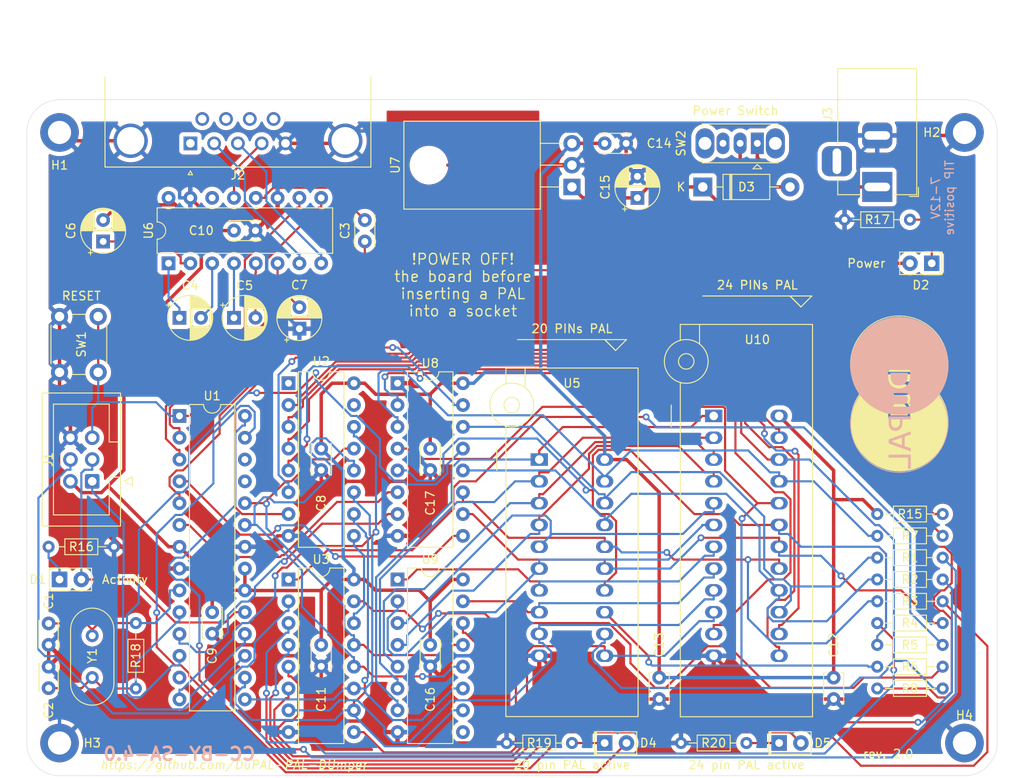
<source format=kicad_pcb>
(kicad_pcb (version 20221018) (generator pcbnew)
  (layers (0 "F.Cu" signal) (31 "B.Cu" signal) (34 "B.Paste" user) (35 "F.Paste" user) (36 "B.SilkS" user "B.Silkscreen") (37 "F.SilkS" user "F.Silkscreen") (38 "B.Mask" user) (39 "F.Mask" user) (44 "Edge.Cuts" user))
  (net 0 "")
  (net 1 "/XTAL1")
  (net 2 "GND")
  (net 3 "/XTAL2")
  (net 4 "Net-(U6-R1OUT)")
  (net 5 "/~{RESET}")
  (net 6 "Net-(U6-C1+)")
  (net 7 "Net-(U6-C1-)")
  (net 8 "Net-(U6-C2+)")
  (net 9 "Net-(U6-C2-)")
  (net 10 "VCC")
  (net 11 "Net-(U6-VS+)")
  (net 12 "Net-(U6-VS-)")
  (net 13 "/RECT_V12")
  (net 14 "/SCK")
  (net 15 "Net-(D1-K)")
  (net 16 "Net-(D2-K)")
  (net 17 "/SW_12V")
  (net 18 "/MOSI")
  (net 19 "/MISO")
  (net 20 "/RS232-DTR")
  (net 21 "/RS232-TX")
  (net 22 "/RS232-RX")
  (net 23 "+12V")
  (net 24 "/TTL-TX")
  (net 25 "/TTL-RX")
  (net 26 "Net-(D4-K)")
  (net 27 "Net-(D4-A)")
  (net 28 "Net-(D5-K)")
  (net 29 "Net-(D5-A)")
  (net 36 "/P20_18")
  (net 37 "/SIPO_O_14")
  (net 38 "/P20_17")
  (net 39 "/SIPO_O_13")
  (net 40 "/P20_16")
  (net 41 "/SIPO_O_12")
  (net 42 "/P20_15")
  (net 43 "/SIPO_O_11")
  (net 44 "/P20_14")
  (net 45 "/SIPO_O_10")
  (net 46 "/P20_13")
  (net 47 "/SIPO_O_9")
  (net 48 "/P20_19")
  (net 49 "/SIPO_O_8")
  (net 50 "/P20_12")
  (net 51 "/SIPO_O_7")
  (net 52 "/SIPO_SER")
  (net 55 "/PISO_SER")
  (net 57 "/PISO_CLK")
  (net 58 "/~{SIPO_OE}")
  (net 59 "/SIPO_RCLK")
  (net 60 "/PISO_INH")
  (net 61 "/PISO_SH")
  (net 62 "/~{PISO_CLR}")
  (net 63 "/~{SIPO_CLR}")
  (net 64 "/SIPO_CLK")
  (net 66 "/P24_11")
  (net 67 "/P24_13")
  (net 68 "/P24_14")
  (net 69 "/P24_23")
  (net 71 "/P20_9")
  (net 72 "/P20_11")
  (net 73 "Net-(U2-QH')")
  (net 74 "/P20_8")
  (net 75 "/P20_7")
  (net 76 "/P20_6")
  (net 77 "/P20_5")
  (net 78 "/P20_4")
  (net 79 "/P20_3")
  (net 80 "/P20_2")
  (net 81 "/P20_1")
  (net 83 "Net-(U3-QH')")
  (footprint "Capacitor_THT:C_Disc_D3.0mm_W2.0mm_P2.50mm" (layer "F.Cu") (at 93.98 118.11 90)
    (fp_text reference "C1")
    (fp_text value "22pF")
  )
  (footprint "Capacitor_THT:C_Disc_D3.0mm_W2.0mm_P2.50mm" (layer "F.Cu") (at 93.98 120.65 -90)
    (fp_text reference "C2")
    (fp_text value "22pF")
  )
  (footprint "Capacitor_THT:C_Disc_D3.4mm_W2.1mm_P2.50mm" (layer "F.Cu") (at 130.81 71.12 90)
    (fp_text reference "C3")
    (fp_text value "100nF")
  )
  (footprint "Capacitor_THT:CP_Radial_D5.0mm_P2.50mm" (layer "F.Cu") (at 109.22 80.01)
    (fp_text reference "C4")
    (fp_text value "1.0uF")
  )
  (footprint "Capacitor_THT:CP_Radial_D5.0mm_P2.50mm" (layer "F.Cu") (at 115.57 80.01)
    (fp_text reference "C5")
    (fp_text value "1.0uF")
  )
  (footprint "Capacitor_THT:CP_Radial_D5.0mm_P2.50mm" (layer "F.Cu") (at 100.33 71.12 90)
    (fp_text reference "C6")
    (fp_text value "1.0uF")
  )
  (footprint "Capacitor_THT:CP_Radial_D5.0mm_P2.50mm" (layer "F.Cu") (at 123.19 81.28 90)
    (fp_text reference "C7")
    (fp_text value "1.0uF")
  )
  (footprint "Capacitor_THT:C_Disc_D3.4mm_W2.1mm_P2.50mm" (layer "F.Cu") (at 125.73 95.25 -90)
    (fp_text reference "C8")
    (fp_text value "100nF")
  )
  (footprint "Capacitor_THT:C_Disc_D3.4mm_W2.1mm_P2.50mm" (layer "F.Cu") (at 113.03 114.3 -90)
    (fp_text reference "C9")
    (fp_text value "100nF")
  )
  (footprint "Capacitor_THT:C_Disc_D3.4mm_W2.1mm_P2.50mm" (layer "F.Cu") (at 115.57 69.85)
    (fp_text reference "C10")
    (fp_text value "100nF")
  )
  (footprint "Capacitor_THT:C_Disc_D3.4mm_W2.1mm_P2.50mm" (layer "F.Cu") (at 125.73 118.11 -90)
    (fp_text reference "C11")
    (fp_text value "100nF")
  )
  (footprint "Capacitor_THT:C_Disc_D3.4mm_W2.1mm_P2.50mm" (layer "F.Cu") (at 185.42 121.92 -90)
    (fp_text reference "C12")
    (fp_text value "100nF")
  )
  (footprint "Capacitor_THT:C_Disc_D3.4mm_W2.1mm_P2.50mm" (layer "F.Cu") (at 158.75 59.69)
    (fp_text reference "C14")
    (fp_text value "100nF")
  )
  (footprint "Capacitor_THT:CP_Radial_D5.0mm_P2.50mm" (layer "F.Cu") (at 162.56 66.04 90)
    (fp_text reference "C15")
    (fp_text value "0.22uF")
  )
  (footprint "LED_THT:LED_D2.0mm_W4.8mm_H2.5mm_FlatTop" (layer "F.Cu") (at 95.25 110.49)
    (fp_text reference "D1")
    (fp_text value "DATA_LED")
  )
  (footprint "LED_THT:LED_D2.0mm_W4.8mm_H2.5mm_FlatTop" (layer "F.Cu") (at 196.85 73.66 180)
    (fp_text reference "D2")
    (fp_text value "POWER_LED")
  )
  (footprint "Diode_THT:D_DO-41_SOD81_P10.16mm_Horizontal" (layer "F.Cu") (at 170.18 64.77)
    (fp_text reference "D3")
    (fp_text value "1N4001")
  )
  (footprint "Connector_IDC:IDC-Header_2x03_P2.54mm_Vertical" (layer "F.Cu") (at 99.06 99.06 180)
    (fp_text reference "J1")
    (fp_text value "AVR-ISP-6")
  )
  (footprint "Connector_Dsub:DSUB-9_Female_Horizontal_P2.77x2.84mm_EdgePinOffset4.94mm_Housed_MountingHolesOffset7.48mm" (layer "F.Cu") (at 110.49 59.69 180)
    (fp_text reference "J2")
    (fp_text value "RS232")
  )
  (footprint "Connector_BarrelJack:BarrelJack_Horizontal" (layer "F.Cu") (at 190.5 64.77 -90)
    (fp_text reference "J3")
    (fp_text value "Power IN")
  )
  (footprint "Resistor_THT:R_Axial_DIN0204_L3.6mm_D1.6mm_P7.62mm_Horizontal" (layer "F.Cu") (at 198.12 107.95 180)
    (fp_text reference "R1")
    (fp_text value "10K")
  )
  (footprint "Resistor_THT:R_Axial_DIN0204_L3.6mm_D1.6mm_P7.62mm_Horizontal" (layer "F.Cu") (at 198.12 110.49 180)
    (fp_text reference "R2")
    (fp_text value "10K")
  )
  (footprint "Resistor_THT:R_Axial_DIN0204_L3.6mm_D1.6mm_P7.62mm_Horizontal" (layer "F.Cu") (at 198.12 113.03 180)
    (fp_text reference "R3")
    (fp_text value "10K")
  )
  (footprint "Resistor_THT:R_Axial_DIN0204_L3.6mm_D1.6mm_P7.62mm_Horizontal" (layer "F.Cu") (at 190.5 115.57)
    (fp_text reference "R4")
    (fp_text value "10K")
  )
  (footprint "Resistor_THT:R_Axial_DIN0204_L3.6mm_D1.6mm_P7.62mm_Horizontal" (layer "F.Cu") (at 198.12 118.11 180)
    (fp_text reference "R5")
    (fp_text value "10K")
  )
  (footprint "Resistor_THT:R_Axial_DIN0204_L3.6mm_D1.6mm_P7.62mm_Horizontal" (layer "F.Cu") (at 198.12 120.65 180)
    (fp_text reference "R6")
    (fp_text value "10K")
  )
  (footprint "Resistor_THT:R_Axial_DIN0204_L3.6mm_D1.6mm_P7.62mm_Horizontal" (layer "F.Cu") (at 198.12 105.41 180)
    (fp_text reference "R7")
    (fp_text value "10K")
  )
  (footprint "Resistor_THT:R_Axial_DIN0204_L3.6mm_D1.6mm_P7.62mm_Horizontal" (layer "F.Cu") (at 190.5 123.19)
    (fp_text reference "R8")
    (fp_text value "10K")
  )
  (footprint "Resistor_THT:R_Axial_DIN0204_L3.6mm_D1.6mm_P7.62mm_Horizontal" (layer "F.Cu") (at 190.5 102.87)
    (fp_text reference "R15")
    (fp_text value "10K")
  )
  (footprint "Resistor_THT:R_Axial_DIN0204_L3.6mm_D1.6mm_P7.62mm_Horizontal" (layer "F.Cu") (at 93.98 106.68)
    (fp_text reference "R16")
    (fp_text value "680")
  )
  (footprint "Resistor_THT:R_Axial_DIN0204_L3.6mm_D1.6mm_P7.62mm_Horizontal" (layer "F.Cu") (at 194.31 68.58 180)
    (fp_text reference "R17")
    (fp_text value "1.2K")
  )
  (footprint "Resistor_THT:R_Axial_DIN0204_L3.6mm_D1.6mm_P7.62mm_Horizontal" (layer "F.Cu") (at 104.14 123.19 90)
    (fp_text reference "R18")
    (fp_text value "1M")
  )
  (footprint "Button_Switch_THT:SW_PUSH_6mm" (layer "F.Cu") (at 95.25 86.36 90)
    (fp_text reference "SW1")
    (fp_text value "SW_Push")
  )
  (footprint "Button_Switch_THT:SW_Slide_1P2T_CK_OS102011MS2Q" (layer "F.Cu") (at 176.53 59.69 180)
    (fp_text reference "SW2")
    (fp_text value "Power")
  )
  (footprint "Package_DIP:DIP-28_W7.62mm" (layer "F.Cu") (at 109.22 91.44)
    (fp_text reference "U1")
    (fp_text value "ATmega8A-PU")
  )
  (footprint "Package_DIP:DIP-16_W7.62mm" (layer "F.Cu") (at 121.92 87.63)
    (fp_text reference "U2")
    (fp_text value "74HC595")
  )
  (footprint "Package_DIP:DIP-16_W7.62mm" (layer "F.Cu") (at 121.92 110.49)
    (fp_text reference "U3")
    (fp_text value "74HC595")
  )
  (footprint "Socket:DIP_Socket-20_W4.3_W5.08_W7.62_W10.16_W10.9_3M_220-3342-00-0602J" (layer "F.Cu") (at 151.13 96.52)
    (fp_text reference "U5")
    (fp_text value "20 Pin PAL")
  )
  (footprint "Package_DIP:DIP-16_W7.62mm" (layer "F.Cu") (at 107.95 73.66 90)
    (fp_text reference "U6")
    (fp_text value "MAX232")
  )
  (footprint "Package_TO_SOT_THT:TO-220-3_Horizontal_TabDown" (layer "F.Cu") (at 154.94 64.77 90)
    (fp_text reference "U7")
    (fp_text value "L7805")
  )
  (footprint "Crystal:Crystal_HC49-U_Vertical" (layer "F.Cu") (at 99.06 121.92 90)
    (fp_text reference "Y1")
    (fp_text value "8Mhz")
  )
  (footprint "Capacitor_THT:C_Disc_D3.4mm_W2.1mm_P2.50mm" (layer "F.Cu") (at 165.1 121.92 -90)
    (fp_text reference "C13")
    (fp_text value "100nF")
  )
  (footprint "Capacitor_THT:C_Disc_D3.4mm_W2.1mm_P2.50mm" (layer "F.Cu") (at 138.43 118.11 -90)
    (fp_text reference "C16")
    (fp_text value "100nF")
  )
  (footprint "Capacitor_THT:C_Disc_D3.4mm_W2.1mm_P2.50mm" (layer "F.Cu") (at 138.43 95.25 -90)
    (fp_text reference "C17")
    (fp_text value "100nF")
  )
  (footprint "LED_THT:LED_D2.0mm_W4.8mm_H2.5mm_FlatTop" (layer "F.Cu") (at 158.75 129.54)
    (fp_text reference "D4")
    (fp_text value "PAL20_LED")
  )
  (footprint "LED_THT:LED_D2.0mm_W4.8mm_H2.5mm_FlatTop" (layer "F.Cu") (at 179.07 129.54)
    (fp_text reference "D5")
    (fp_text value "PAL24_LED")
  )
  (footprint "Resistor_THT:R_Axial_DIN0204_L3.6mm_D1.6mm_P7.62mm_Horizontal" (layer "F.Cu") (at 154.94 129.54 180)
    (fp_text reference "R19")
    (fp_text value "680")
  )
  (footprint "Resistor_THT:R_Axial_DIN0204_L3.6mm_D1.6mm_P7.62mm_Horizontal" (layer "F.Cu") (at 175.26 129.54 180)
    (fp_text reference "R20")
    (fp_text value "680")
  )
  (footprint "Package_DIP:DIP-16_W7.62mm" (layer "F.Cu") (at 134.62 87.63)
    (fp_text reference "U8")
    (fp_text value "74HC166")
  )
  (footprint "Package_DIP:DIP-16_W7.62mm" (layer "F.Cu") (at 134.62 110.49)
    (fp_text reference "U9")
    (fp_text value "74HC595")
  )
  (footprint "Socket:DIP_Socket-24_W4.3_W5.08_W7.62_W10.16_W10.9_3M_224-5248-00-0602J" (layer "F.Cu") (at 171.45 91.44)
    (fp_text reference "U10")
    (fp_text value "24 Pin PAL")
  )
  (footprint "MountingHole:MountingHole_2.7mm_M2.5_ISO7380_Pad" (layer "F.Cu") (at 95.25 58.42)
    (fp_text reference "H1")
    (fp_text value "MountingHole_Pad")
  )
  (footprint "MountingHole:MountingHole_2.7mm_M2.5_ISO7380_Pad" (layer "F.Cu") (at 200.66 58.42)
    (fp_text reference "H2")
    (fp_text value "MountingHole_Pad")
  )
  (footprint "MountingHole:MountingHole_2.7mm_M2.5_ISO7380_Pad" (layer "F.Cu") (at 95.25 129.54)
    (fp_text reference "H3")
    (fp_text value "MountingHole_Pad")
  )
  (footprint "MountingHole:MountingHole_2.7mm_M2.5_ISO7380_Pad" (layer "F.Cu") (at 200.66 129.54)
    (fp_text reference "H4")
    (fp_text value "MountingHole_Pad")
  )
  (footprint "logo:logo" (layer "F.Cu") (at 205.74 86.36 90)
    (fp_text reference "G***" hide)
    (fp_text value "LOGO" hide)
  )
  (footprint "logo:logo" (layer "B.Cu") (at 205.74 91.44 -90)
    (fp_text reference "G***2" hide)
    (fp_text value "LOGO" hide)
  )
  (gr_line (start 158.75 82.55) (end 160.02 83.82) (stroke (width 0.12)) (layer "F.SilkS"))
  (gr_line (start 161.29 82.55) (end 160.02 83.82) (stroke (width 0.12)) (layer "F.SilkS"))
  (gr_line (start 170.18 77.47) (end 182.88 77.47) (stroke (width 0.12)) (layer "F.SilkS"))
  (gr_line (start 181.61 78.74) (end 180.34 77.47) (stroke (width 0.12)) (layer "F.SilkS"))
  (gr_line (start 182.88 77.47) (end 181.61 78.74) (stroke (width 0.12)) (layer "F.SilkS"))
  (gr_line (start 180.34 77.47) (end 181.61 78.74) (stroke (width 0.12)) (layer "F.SilkS"))
  (gr_line (start 148.59 82.55) (end 161.29 82.55) (stroke (width 0.12)) (layer "F.SilkS"))
  (gr_line (start 160.02 83.82) (end 158.75 82.55) (stroke (width 0.12)) (layer "F.SilkS"))
  (gr_arc (start 91.44 58.42) (mid 92.555923 55.725923) (end 95.25 54.61) (stroke (width 0.05)) (layer "Edge.Cuts"))
  (gr_arc (start 200.66 54.61) (mid 203.354077 55.725923) (end 204.47 58.42) (stroke (width 0.05)) (layer "Edge.Cuts"))
  (gr_line (start 200.66 54.61) (end 95.25 54.61) (stroke (width 0.05)) (layer "Edge.Cuts"))
  (gr_arc (start 95.25 133.35) (mid 92.555923 132.234077) (end 91.44 129.54) (stroke (width 0.05)) (layer "Edge.Cuts"))
  (gr_line (start 204.47 129.54) (end 204.47 58.42) (stroke (width 0.05)) (layer "Edge.Cuts"))
  (gr_arc (start 204.47 129.54) (mid 203.354077 132.234077) (end 200.66 133.35) (stroke (width 0.05)) (layer "Edge.Cuts"))
  (gr_line (start 95.25 133.35) (end 200.66 133.35) (stroke (width 0.05)) (layer "Edge.Cuts"))
  (gr_line (start 91.44 58.42) (end 91.44 129.54) (stroke (width 0.05)) (layer "Edge.Cuts"))
  (gr_text "CC-BY-SA-4.0" (at 109.22 130.81) (layer "B.SilkS") (effects (font (size 1.5 1.5) (thickness 0.3)) (justify mirror)))
  (gr_text "7-12V\nTIP positive" (at 198.12 66.04 90) (layer "B.SilkS") (effects (font (size 1 1)) (justify mirror)))
  (gr_text "24 PINs PAL" (at 176.53 76.2) (layer "F.SilkS") (effects (font (size 1 1))))
  (gr_text "20 pin PAL active" (at 154.94 132.08) (layer "F.SilkS") (effects (font (size 1 1))))
  (gr_text "Power Switch" (at 173.99 55.88) (layer "F.SilkS") (effects (font (size 1 1))))
  (gr_text "rev. 2.0\n" (at 191.77 130.81) (layer "F.SilkS") (effects (font (size 1 1))))
  (gr_text "20 PINs PAL" (at 154.94 81.28) (layer "F.SilkS") (effects (font (size 1 1))))
  (gr_text "Activity" (at 102.87 110.49) (layer "F.SilkS") (effects (font (size 1 1))))
  (gr_text "Power" (at 189.23 73.66) (layer "F.SilkS") (effects (font (size 1 1))))
  (gr_text "!POWER OFF!\nthe board before\ninserting a PAL\ninto a socket" (at 142.24 76.2) (layer "F.SilkS") (effects (font (size 1.25 1.25))))
  (gr_text "https://github.com/DuPAL-PAL-DUmper" (at 115.57 132.08) (layer "F.SilkS") (effects (font (size 1 1) (thickness 0.15) italic)))
  (gr_text "24 pin PAL active" (at 175.26 132.08) (layer "F.SilkS") (effects (font (size 1 1))))
  (gr_text "RESET" (at 97.79 77.47) (layer "F.SilkS") (effects (font (size 1 1))))
  (segment (start 103.1147 115.57) (end 99.815 115.57) (width 0.25) (layer "F.Cu") (net 1))
  (segment (start 98.345 115.61) (end 99.06 116.325) (width 0.25) (layer "F.Cu") (net 1))
  (segment (start 99.815 115.57) (end 99.06 116.325) (width 0.25) (layer "F.Cu") (net 1))
  (segment (start 93.98 115.61) (end 98.345 115.61) (width 0.25) (layer "F.Cu") (net 1))
  (segment (start 104.14 115.57) (end 103.1147 115.57) (width 0.25) (layer "F.Cu") (net 1))
  (segment (start 99.06 116.325) (end 99.06 117.04) (width 0.25) (layer "F.Cu") (net 1))
  (segment (start 106.3711 115.57) (end 108.0947 113.8464) (width 0.25) (layer "B.Cu") (net 1))
  (segment (start 104.14 115.57) (end 105.1653 115.57) (width 0.25) (layer "B.Cu") (net 1))
  (segment (start 109.22 111.76) (end 108.0947 111.76) (width 0.25) (layer "B.Cu") (net 1))
  (segment (start 108.0947 113.8464) (end 108.0947 111.76) (width 0.25) (layer "B.Cu") (net 1))
  (segment (start 105.1653 115.57) (end 106.3711 115.57) (width 0.25) (layer "B.Cu") (net 1))
  (segment (start 176.49 124.42) (end 171.45 119.38) (width 0.4) (layer "F.Cu") (net 2))
  (segment (start 134.62 128.27) (end 133.3697 128.27) (width 0.4) (layer "F.Cu") (net 2))
  (segment (start 119.3997 106.68) (end 118.0903 106.68) (width 0.4) (layer "F.Cu") (net 2))
  (segment (start 120.61 67.31) (end 120.61 66.08) (width 0.4) (layer "F.Cu") (net 2))
  (segment (start 154.94 62.23) (end 140.480001 62.23) (width 0.4) (layer "F.Cu") (net 2))
  (segment (start 125.73 126.9804) (end 132.0801 126.9804) (width 0.4) (layer "F.Cu") (net 2))
  (segment (start 195.54 124.42) (end 185.42 124.42) (width 0.4) (layer "F.Cu") (net 2))
  (segment (start 165.1 124.42) (end 156.17 124.42) (width 0.4) (layer "F.Cu") (net 2))
  (segment (start 138.43 120.61) (end 138.43 126.9804) (width 0.4) (layer "F.Cu") (net 2))
  (segment (start 125.73 101.6) (end 121.92 105.41) (width 0.4) (layer "F.Cu") (net 2))
  (segment (start 121.92 105.41) (end 120.6697 105.41) (width 0.4) (layer "F.Cu") (net 2))
  (segment (start 120.61 66.08) (end 120.65 66.04) (width 0.4) (layer "F.Cu") (net 2))
  (segment (start 138.43 99.06) (end 138.43 104.14) (width 0.4) (layer "F.Cu") (net 2))
  (segment (start 95.25 91.3961) (end 95.25 86.36) (width 0.4) (layer "F.Cu") (net 2))
  (segment (start 120.6697 105.41) (end 119.3997 106.68) (width 0.4) (layer "F.Cu") (net 2))
  (segment (start 138.43 104.14) (end 137.16 105.41) (width 0.4) (layer "F.Cu") (net 2))
  (segment (start 140.9896 129.54) (end 147.32 129.54) (width 0.4) (layer "F.Cu") (net 2))
  (segment (start 186.69 68.58) (end 185.5397 68.58) (width 0.4) (layer "F.Cu") (net 2))
  (segment (start 162.56 63.54) (end 161.905 62.885) (width 0.4) (layer "F.Cu") (net 2))
  (segment (start 125.73 120.61) (end 125.73 126.9804) (width 0.4) (layer "F.Cu") (net 2))
  (segment (start 138.43 99.06) (end 125.73 99.06) (width 0.4) (layer "F.Cu") (net 2))
  (segment (start 173.6329 62.885) (end 177.7183 66.9704) (width 0.4) (layer "F.Cu") (net 2))
  (segment (start 118.07 69.85) (end 116.8 68.58) (width 0.4) (layer "F.Cu") (net 2))
  (segment (start 125.73 97.75) (end 125.73 99.06) (width 0.4) (layer "F.Cu") (net 2))
  (segment (start 132.0801 126.9804) (end 133.3697 128.27) (width 0.4) (layer "F.Cu") (net 2))
  (segment (start 161.25 59.69) (end 161.25 62.23) (width 0.4) (layer "F.Cu") (net 2))
  (segment (start 116.84 106.68) (end 118.0903 106.68) (width 0.4) (layer "F.Cu") (net 2))
  (segment (start 116.8 68.58) (end 113.03 68.58) (width 0.4) (layer "F.Cu") (net 2))
  (segment (start 96.52 93.98) (end 96.52 92.6661) (width 0.4) (layer "F.Cu") (net 2))
  (segment (start 113.03 116.8) (end 114.34 118.11) (width 0.4) (layer "F.Cu") (net 2))
  (segment (start 138.43 127) (end 137.16 128.27) (width 0.4) (layer "F.Cu") (net 2))
  (segment (start 138.43 126.9804) (end 140.9896 129.54) (width 0.4) (layer "F.Cu") (net 2))
  (segment (start 121.57 59.69) (end 128.23 59.69) (width 0.4) (layer "F.Cu") (net 2))
  (segment (start 96.52 93.98) (end 95.1329 95.3671) (width 0.4) (layer "F.Cu") (net 2))
  (segment (start 161.905 62.885) (end 173.6329 62.885) (width 0.4) (layer "F.Cu") (net 2))
  (segment (start 156.17 124.42) (end 151.13 119.38) (width 0.4) (layer "F.Cu") (net 2))
  (segment (start 101.6 105.799) (end 105.021 109.22) (width 0.4) (layer "F.Cu") (net 2))
  (segment (start 185.42 124.42) (end 176.49 124.42) (width 0.4) (layer "F.Cu") (net 2))
  (segment (start 101.6 106.68) (end 101.6 105.799) (width 0.4) (layer "F.Cu") (net 2))
  (segment (start 125.73 126.9804) (end 125.73 127) (width 0.4) (layer "F.Cu") (net 2))
  (segment (start 183.9301 66.9704) (end 185.5397 68.58) (width 0.4) (layer "F.Cu") (net 2))
  (segment (start 113.03 68.58) (end 110.49 66.04) (width 0.4) (layer "F.Cu") (net 2))
  (segment (start 200.31 58.77) (end 200.66 58.42) (width 0.4) (layer "F.Cu") (net 2))
  (segment (start 125.73 99.06) (end 125.73 101.6) (width 0.4) (layer "F.Cu") (net 2))
  (segment (start 161.905 62.885) (end 161.25 62.23) (width 0.4) (layer "F.Cu") (net 2))
  (segment (start 118.4006 118.11) (end 119.6706 119.38) (width 0.4) (layer "F.Cu") (net 2))
  (segment (start 171.45 119.38) (end 171.45 120.5503) (width 0.4) (layer "F.Cu") (net 2))
  (segment (start 101.3679 105.799) (end 101.6 105.799) (width 0.4) (layer "F.Cu") (net 2))
  (segment (start 177.7183 66.9704) (end 183.9301 66.9704) (width 0.4) (layer "F.Cu") (net 2))
  (segment (start 128.23 59.69) (end 128.53 59.39) (width 0.4) (layer "F.Cu") (net 2))
  (segment (start 95.1329 99.564) (end 101.3679 105.799) (width 0.4) (layer "F.Cu") (net 2))
  (segment (start 124.46 128.27) (end 121.92 128.27) (width 0.4) (layer "F.Cu") (net 2))
  (segment (start 105.021 109.22) (end 107.9697 109.22) (width 0.4) (layer "F.Cu") (net 2))
  (segment (start 114.34 118.11) (end 118.4006 118.11) (width 0.4) (layer "F.Cu") (net 2))
  (segment (start 109.22 109.22) (end 107.9697 109.22) (width 0.4) (layer "F.Cu") (net 2))
  (segment (start 161.25 62.23) (end 154.94 62.23) (width 0.4) (layer "F.Cu") (net 2))
  (segment (start 137.16 128.27) (end 134.62 128.27) (width 0.4) (layer "F.Cu") (net 2))
  (segment (start 103.53 59.39) (end 96.22 59.39) (width 0.4) (layer "F.Cu") (net 2))
  (segment (start 125.73 127) (end 124.46 128.27) (width 0.4) (layer "F.Cu") (net 2))
  (segment (start 93.98 120.65) (end 93.98 118.11) (width 0.4) (layer "F.Cu") (net 2))
  (segment (start 119.6706 119.38) (end 124.5 119.38) (width 0.4) (layer "F.Cu") (net 2))
  (segment (start 95.1329 95.3671) (end 95.1329 99.564) (width 0.4) (layer "F.Cu") (net 2))
  (segment (start 138.43 97.75) (end 138.43 99.06) (width 0.4) (layer "F.Cu") (net 2))
  (segment (start 95.25 79.86) (end 95.25 86.36) (width 0.4) (layer "F.Cu") (net 2))
  (segment (start 118.07 69.85) (end 120.61 67.31) (width 0.4) (layer "F.Cu") (net 2))
  (segment (start 138.43 126.9804) (end 138.43 127) (width 0.4) (layer "F.Cu") (net 2))
  (segment (start 96.22 59.39) (end 95.25 58.42) (width 0.4) (layer "F.Cu") (net 2))
  (segment (start 190.5 58.77) (end 200.31 58.77) (width 0.4) (layer "F.Cu") (net 2))
  (segment (start 165.1 124.42) (end 167.5803 124.42) (width 0.4) (layer "F.Cu") (net 2))
  (segment (start 96.52 92.6661) (end 95.25 91.3961) (width 0.4) (layer "F.Cu") (net 2))
  (segment (start 124.5 119.38) (end 125.73 120.61) (width 0.4) (layer "F.Cu") (net 2))
  (segment (start 167.5803 124.42) (end 171.45 120.5503) (width 0.4) (layer "F.Cu") (net 2))
  (segment (start 137.16 105.41) (end 134.62 105.41) (width 0.4) (layer "F.Cu") (net 2))
  (segment (start 200.66 129.54) (end 195.54 124.42) (width 0.4) (layer "F.Cu") (net 2))
  (segment (start 109.2397 66.04) (end 109.2397 65.0997) (width 0.4) (layer "B.Cu") (net 2))
  (segment (start 156.4253 59.0456) (end 155.6307 58.251) (width 0.4) (layer "B.Cu") (net 2))
  (segment (start 110.49 109.22) (end 113.03 106.68) (width 0.4) (layer "B.Cu") (net 2))
  (segment (start 120.65 66.04) (end 120.65 60.61) (width 0.4) (layer "B.Cu") (net 2))
  (segment (start 151.13 119.38) (end 139.66 119.38) (width 0.4) (layer "B.Cu") (net 2))
  (segment (start 138.43 97.75) (end 136.8429 96.1629) (width 0.4) (layer "B.Cu") (net 2))
  (segment (start 95.25 121.92) (end 95.25 129.54) (width 0.4) (layer "B.Cu") (net 2))
  (segment (start 109.22 109.22) (end 110.351 109.22) (width 0.4) (layer "B.Cu") (net 2))
  (segment (start 165.1 124.42) (end 167.64 126.96) (width 0.4) (layer "B.Cu") (net 2))
  (segment (start 93.98 120.65) (end 95.25 121.92) (width 0.4) (layer "B.Cu") (net 2))
  (segment (start 188.2996 60.9704) (end 188.2996 65.8201) (width 0.4) (layer "B.Cu") (net 2))
  (segment (start 156.4253 60.7447) (end 156.4253 59.0456) (width 0.4) (layer "B.Cu") (net 2))
  (segment (start 155.6307 58.251) (end 129.669 58.251) (width 0.4) (layer "B.Cu") (net 2))
  (segment (start 110.351 109.22) (end 109.22 109.22) (width 0.4) (layer "B.Cu") (net 2))
  (segment (start 93.98 118.11) (end 101.6 110.49) (width 0.4) (layer "B.Cu") (net 2))
  (segment (start 136.8429 96.1629) (end 136.8429 89.8529) (width 0.4) (layer "B.Cu") (net 2))
  (segment (start 123.19 81.28) (end 123.19 82.5303) (width 0.4) (layer "B.Cu") (net 2))
  (segment (start 118.07 69.85) (end 119.38 71.16) (width 0.4) (layer "B.Cu") (net 2))
  (segment (start 101.6 110.49) (end 101.6 106.68) (width 0.4) (layer "B.Cu") (net 2))
  (segment (start 120.65 60.61) (end 121.57 59.69) (width 0.4) (layer "B.Cu") (net 2))
  (segment (start 109.2397 65.0997) (end 103.53 59.39) (width 0.4) (layer "B.Cu") (net 2))
  (segment (start 119.38 77.47) (end 123.19 81.28) (width 0.4) (layer "B.Cu") (net 2))
  (segment (start 129.669 58.251) (end 128.53 59.39) (width 0.4) (layer "B.Cu") (net 2))
  (segment (start 139.66 119.38) (end 138.43 120.61) (width 0.4) (layer "B.Cu") (net 2))
  (segment (start 119.38 71.16) (end 119.38 77.47) (width 0.4) (layer "B.Cu") (net 2))
  (segment (start 186.69 68.58) (end 186.69 67.4297) (width 0.4) (layer "B.Cu") (net 2))
  (segment (start 167.64 126.96) (end 167.64 129.54) (width 0.4) (layer "B.Cu") (net 2))
  (segment (start 113.03 116.8) (end 114.28 115.55) (width 0.4) (layer "B.Cu") (net 2))
  (segment (start 114.28 115.55) (end 114.28 113.149) (width 0.4) (layer "B.Cu") (net 2))
  (segment (start 125.73 97.75) (end 123.19 95.21) (width 0.4) (layer "B.Cu") (net 2))
  (segment (start 113.03 106.68) (end 116.84 106.68) (width 0.4) (layer "B.Cu") (net 2))
  (segment (start 114.28 113.149) (end 110.351 109.22) (width 0.4) (layer "B.Cu") (net 2))
  (segment (start 154.94 62.23) (end 156.4253 60.7447) (width 0.4) (layer "B.Cu") (net 2))
  (segment (start 110.49 66.04) (end 109.2397 66.04) (width 0.4) (layer "B.Cu") (net 2))
  (segment (start 188.2996 65.8201) (end 186.69 67.4297) (width 0.4) (layer "B.Cu") (net 2))
  (segment (start 123.19 95.21) (end 123.19 82.5303) (width 0.4) (layer "B.Cu") (net 2))
  (segment (start 136.8429 89.8529) (end 134.62 87.63) (width 0.4) (layer "B.Cu") (net 2))
  (segment (start 110.351 109.22) (end 110.49 109.22) (width 0.4) (layer "B.Cu") (net 2))
  (segment (start 190.5 58.77) (end 188.2996 60.9704) (width 0.4) (layer "B.Cu") (net 2))
  (segment (start 100.33 123.19) (end 99.06 121.92) (width 0.25) (layer "F.Cu") (net 3))
  (segment (start 93.98 123.15) (end 97.83 123.15) (width 0.25) (layer "F.Cu") (net 3))
  (segment (start 104.14 123.19) (end 100.33 123.19) (width 0.25) (layer "F.Cu") (net 3))
  (segment (start 97.83 123.15) (end 99.06 121.92) (width 0.25) (layer "F.Cu") (net 3))
  (segment (start 109.22 114.3) (end 109.22 115.4253) (width 0.25) (layer "B.Cu") (net 3))
  (segment (start 109.22 115.4253) (end 108.9387 115.4253) (width 0.25) (layer "B.Cu") (net 3))
  (segment (start 108.9387 115.4253) (end 104.14 120.224) (width 0.25) (layer "B.Cu") (net 3))
  (segment (start 104.14 120.224) (end 104.14 123.19) (width 0.25) (layer "B.Cu") (net 3))
  (segment (start 118.11 66.04) (end 119.2353 66.04) (width 0.25) (layer "F.Cu") (net 4))
  (segment (start 120.1368 64.8572) (end 119.2353 65.7587) (width 0.25) (layer "F.Cu") (net 4))
  (segment (start 119.2353 65.7587) (end 119.2353 66.04) (width 0.25) (layer "F.Cu") (net 4))
  (segment (start 127.0472 64.8572) (end 120.1368 64.8572) (width 0.25) (layer "F.Cu") (net 4))
  (segment (start 130.81 68.62) (end 127.0472 64.8572) (width 0.25) (layer "F.Cu") (net 4))
  (segment (start 109.22 91.44) (end 110.3453 91.44) (width 0.25) (layer "F.Cu") (net 5))
  (segment (start 168.6878 74.4631) (end 197.0947 102.87) (width 0.25) (layer "F.Cu") (net 5))
  (segment (start 130.81 74.4631) (end 168.6878 74.4631) (width 0.25) (layer "F.Cu") (net 5))
  (segment (start 125.1685 80.1046) (end 130.81 74.4631) (width 0.25) (layer "F.Cu") (net 5))
  (segment (start 99.75 79.86) (end 99.75 86.36) (width 0.25) (layer "F.Cu") (net 5))
  (segment (start 198.12 102.87) (end 197.0947 102.87) (width 0.25) (layer "F.Cu") (net 5))
  (segment (start 130.81 74.4631) (end 130.81 71.12) (width 0.25) (layer "F.Cu") (net 5))
  (segment (start 110.3453 91.44) (end 121.6807 80.1046) (width 0.25) (layer "F.Cu") (net 5))
  (segment (start 121.6807 80.1046) (end 125.1685 80.1046) (width 0.25) (layer "F.Cu") (net 5))
  (segment (start 99.75 86.36) (end 99.75 89.8398) (width 0.25) (layer "B.Cu") (net 5))
  (segment (start 99.06 93.98) (end 99.06 90.5298) (width 0.25) (layer "B.Cu") (net 5))
  (segment (start 106.4945 89.8398) (end 108.0947 91.44) (width 0.25) (layer "B.Cu") (net 5))
  (segment (start 99.75 89.8398) (end 106.4945 89.8398) (width 0.25) (layer "B.Cu") (net 5))
  (segment (start 99.06 90.5298) (end 99.75 89.8398) (width 0.25) (layer "B.Cu") (net 5))
  (segment (start 109.22 91.44) (end 108.0947 91.44) (width 0.25) (layer "B.Cu") (net 5))
  (segment (start 109.22 78.8847) (end 107.95 77.6147) (width 0.25) (layer "B.Cu") (net 6))
  (segment (start 109.22 80.01) (end 109.22 78.8847) (width 0.25) (layer "B.Cu") (net 6))
  (segment (start 107.95 77.6147) (end 107.95 73.66) (width 0.25) (layer "B.Cu") (net 6))
  (segment (start 111.72 80.01) (end 113.03 78.7) (width 0.25) (layer "B.Cu") (net 7))
  (segment (start 113.03 78.7) (end 113.03 73.66) (width 0.25) (layer "B.Cu") (net 7))
  (segment (start 115.57 80.01) (end 115.57 73.66) (width 0.25) (layer "B.Cu") (net 8))
  (segment (start 118.11 74.7853) (end 118.07 74.8253) (width 0.25) (layer "F.Cu") (net 9))
  (segment (start 118.11 73.66) (end 118.11 74.7853) (width 0.25) (layer "F.Cu") (net 9))
  (segment (start 118.07 74.8253) (end 118.07 80.01) (width 0.25) (layer "F.Cu") (net 9))
  (segment (start 111.76 74.1618) (end 102.7472 83.1746) (width 0.4) (layer "F.Cu") (net 10))
  (segment (start 138.43 88.9196) (end 138.43 88.9) (width 0.4) (layer "F.Cu") (net 10))
  (segment (start 129.54 110.49) (end 130.7903 110.49) (width 0.4) (layer "F.Cu") (net 10))
  (segment (start 114.3 111.76) (end 109.22 106.68) (width 0.4) (layer "F.Cu") (net 10))
  (segment (start 185.42 97.79) (end 179.07 91.44) (width 0.4) (layer "F.Cu") (net 10))
  (segment (start 165.1 100.33) (end 161.29 96.52) (width 0.4) (layer "F.Cu") (net 10))
  (segment (start 108.7574 66.8474) (end 102.1026 66.8474) (width 0.4) (layer "F.Cu") (net 10))
  (segment (start 185.42 101.1874) (end 188.8174 101.1874) (width 0.4) (layer "F.Cu") (net 10))
  (segment (start 112.3759 69.85) (end 111.76 69.85) (width 0.4) (layer "F.Cu") (net 10))
  (segment (start 138.43 88.9196) (end 132.0799 88.9196) (width 0.4) (layer "F.Cu") (net 10))
  (segment (start 138.43 118.11) (end 138.43 113.03) (width 0.4) (layer "F.Cu") (net 10))
  (segment (start 102.1026 66.8474) (end 100.33 68.62) (width 0.4) (layer "F.Cu") (net 10))
  (segment (start 112.3759 69.85) (end 111.76 70.4659) (width 0.4) (layer "F.Cu") (net 10))
  (segment (start 127 110.49) (end 129.54 110.49) (width 0.4) (layer "F.Cu") (net 10))
  (segment (start 138.43 88.9) (end 139.7 87.63) (width 0.4) (layer "F.Cu") (net 10))
  (segment (start 100.8904 99.6007) (end 100.1171 100.374) (width 0.4) (layer "F.Cu") (net 10))
  (segment (start 185.42 121.92) (end 185.42 101.1874) (width 0.4) (layer "F.Cu") (net 10))
  (segment (start 116.84 111.76) (end 116.84 109.22) (width 0.4) (layer "F.Cu") (net 10))
  (segment (start 125.73 111.7796) (end 125.73 111.76) (width 0.4) (layer "F.Cu") (net 10))
  (segment (start 140.97 110.49) (end 142.24 110.49) (width 0.4) (layer "F.Cu") (net 10))
  (segment (start 111.76 70.4659) (end 111.76 74.1618) (width 0.4) (layer "F.Cu") (net 10))
  (segment (start 97.834 100.374) (end 96.52 99.06) (width 0.4) (layer "F.Cu") (net 10))
  (segment (start 115.57 69.85) (end 112.3759 69.85) (width 0.4) (layer "F.Cu") (net 10))
  (segment (start 125.73 111.76) (end 127 110.49) (width 0.4) (layer "F.Cu") (net 10))
  (segment (start 113.03 114.3) (end 113.03 113.03) (width 0.4) (layer "F.Cu") (net 10))
  (segment (start 125.73 118.11) (end 125.73 111.7796) (width 0.4) (layer "F.Cu") (net 10))
  (segment (start 139.7 87.63) (end 142.24 87.63) (width 0.4) (layer "F.Cu") (net 10))
  (segment (start 125.73 95.25) (end 125.73 88.9) (width 0.4) (layer "F.Cu") (net 10))
  (segment (start 185.42 101.1874) (end 185.42 97.79) (width 0.4) (layer "F.Cu") (net 10))
  (segment (start 116.84 111.76) (end 118.0903 111.76) (width 0.4) (layer "F.Cu") (net 10))
  (segment (start 137.1403 111.7403) (end 138.43 113.03) (width 0.4) (layer "F.Cu") (net 10))
  (segment (start 102.7472 83.1746) (end 102.7472 97.7439) (width 0.4) (layer "F.Cu") (net 10))
  (segment (start 130.7903 110.49) (end 132.0406 111.7403) (width 0.4) (layer "F.Cu") (net 10))
  (segment (start 125.73 88.9) (end 127 87.63) (width 0.4) (layer "F.Cu") (net 10))
  (segment (start 129.54 87.63) (end 130.7903 87.63) (width 0.4) (layer "F.Cu") (net 10))
  (segment (start 102.7472 97.7439) (end 100.8904 99.6007) (width 0.4) (layer "F.Cu") (net 10))
  (segment (start 188.8174 101.1874) (end 190.5 102.87) (width 0.4) (layer "F.Cu") (net 10))
  (segment (start 132.0406 111.7403) (end 137.1403 111.7403) (width 0.4) (layer "F.Cu") (net 10))
  (segment (start 114.3 111.76) (end 116.84 111.76) (width 0.4) (layer "F.Cu") (net 10))
  (segment (start 113.03 113.03) (end 114.3 111.76) (width 0.4) (layer "F.Cu") (net 10))
  (segment (start 158.75 59.69) (end 154.94 59.69) (width 0.4) (layer "F.Cu") (net 10))
  (segment (start 118.1099 111.7796) (end 118.0903 111.76) (width 0.4) (layer "F.Cu") (net 10))
  (segment (start 161.29 96.52) (end 158.75 96.52) (width 0.4) (layer "F.Cu") (net 10))
  (segment (start 108.7574 66.8474) (end 107.95 66.04) (width 0.4) (layer "F.Cu") (net 10))
  (segment (start 125.73 111.7796) (end 118.1099 111.7796) (width 0.4) (layer "F.Cu") (net 10))
  (segment (start 111.76 69.85) (end 108.7574 66.8474) (width 0.4) (layer "F.Cu") (net 10))
  (segment (start 109.22 106.68) (end 107.9697 106.68) (width 0.4) (layer "F.Cu") (net 10))
  (segment (start 100.8904 99.6007) (end 107.9697 106.68) (width 0.4) (layer "F.Cu") (net 10))
  (segment (start 127 87.63) (end 129.54 87.63) (width 0.4) (layer "F.Cu") (net 10))
  (segment (start 138.43 113.03) (end 140.97 110.49) (width 0.4) (layer "F.Cu") (net 10))
  (segment (start 165.1 121.92) (end 165.1 100.33) (width 0.4) (layer "F.Cu") (net 10))
  (segment (start 100.1171 100.374) (end 97.834 100.374) (width 0.4) (layer "F.Cu") (net 10))
  (segment (start 138.43 95.25) (end 138.43 88.9196) (width 0.4) (layer "F.Cu") (net 10))
  (segment (start 132.0799 88.9196) (end 130.7903 87.63) (width 0.4) (layer "F.Cu") (net 10))
  (segment (start 151.2951 63.3349) (end 151.2951 86.3482) (width 0.4) (layer "B.Cu") (net 10))
  (segment (start 129.54 109.2397) (end 128.2897 107.9894) (width 0.4) (layer "B.Cu") (net 10))
  (segment (start 142.24 87.63) (end 143.4903 87.63) (width 0.4) (layer "B.Cu") (net 10))
  (segment (start 128.2897 107.9894) (end 128.2897 97.8097) (width 0.4) (layer "B.Cu") (net 10))
  (segment (start 165.1 121.92) (end 185.42 121.92) (width 0.4) (layer "B.Cu") (net 10))
  (segment (start 128.2897 97.8097) (end 125.73 95.25) (width 0.4) (layer "B.Cu") (net 10))
  (segment (start 143.4903 87.63) (end 144.7721 86.3482) (width 0.4) (layer "B.Cu") (net 10))
  (segment (start 158.75 93.8031) (end 158.75 96.52) (width 0.4) (layer "B.Cu") (net 10))
  (segment (start 151.2951 86.3482) (end 158.75 93.8031) (width 0.4) (layer "B.Cu") (net 10))
  (segment (start 154.94 59.69) (end 151.2951 63.3349) (width 0.4) (layer "B.Cu") (net 10))
  (segment (start 144.7721 86.3482) (end 151.2951 86.3482) (width 0.4) (layer "B.Cu") (net 10))
  (segment (start 129.54 110.49) (end 129.54 109.2397) (width 0.4) (layer "B.Cu") (net 10))
  (segment (start 109.3647 72.9567) (end 109.3647 73.66) (width 0.25) (layer "F.Cu") (net 11))
  (segment (start 110.49 73.66) (end 109.3647 73.66) (width 0.25) (layer "F.Cu") (net 11))
  (segment (start 100.33 71.12) (end 107.528 71.12) (width 0.25) (layer "F.Cu") (net 11))
  (segment (start 107.528 71.12) (end 109.3647 72.9567) (width 0.25) (layer "F.Cu") (net 11))
  (segment (start 120.65 76.24) (end 120.65 73.66) (width 0.25) (layer "F.Cu") (net 12))
  (segment (start 123.19 78.78) (end 120.65 76.24) (width 0.25) (layer "F.Cu") (net 12))
  (segment (start 186.69 73.66) (end 181.61 68.58) (width 0.4) (layer "F.Cu") (net 13))
  (segment (start 156.21 66.04) (end 154.94 64.77) (width 0.4) (layer "F.Cu") (net 13))
  (segment (start 162.56 66.04) (end 156.21 66.04) (width 0.4) (layer "F.Cu") (net 13))
  (segment (start 181.61 68.58) (end 173.99 68.58) (width 0.4) (layer "F.Cu") (net 13))
  (segment (start 170.18 64.77) (end 163.83 64.77) (width 0.4) (layer "F.Cu") (net 13))
  (segment (start 163.83 64.77) (end 162.56 66.04) (width 0.4) (layer "F.Cu") (net 13))
  (segment (start 173.99 68.58) (end 170.18 64.77) (width 0.4) (layer "F.Cu") (net 13))
  (segment (start 194.31 73.66) (end 186.69 73.66) (width 0.4) (layer "F.Cu") (net 13))
  (segment (start 103.7373 110.49) (end 97.79 110.49) (width 0.25) (layer "F.Cu") (net 14))
  (segment (start 116.84 114.3) (end 115.7147 114.3) (width 0.25) (layer "F.Cu") (net 14))
  (segment (start 115.7147 114.3) (end 114.515 115.4997) (width 0.25) (layer "F.Cu") (net 14))
  (segment (start 108.747 115.4997) (end 103.7373 110.49) (width 0.25) (layer "F.Cu") (net 14))
  (segment (start 114.515 115.4997) (end 108.747 115.4997) (width 0.25) (layer "F.Cu") (net 14))
  (segment (start 99.06 97.7089) (end 98.1683 97.7089) (width 0.25) (layer "B.Cu") (net 14))
  (segment (start 99.06 96.52) (end 99.06 97.7089) (width 0.25) (layer "B.Cu") (net 14))
  (segment (start 97.79 98.0872) (end 97.79 110.49) (width 0.25) (layer "B.Cu") (net 14))
  (segment (start 98.1683 97.7089) (end 97.79 98.0872) (width 0.25) (layer "B.Cu") (net 14))
  (segment (start 95.25 110.49) (end 95.25 109.2647) (width 0.25) (layer "B.Cu") (net 15))
  (segment (start 95.25 109.2647) (end 93.98 107.9947) (width 0.25) (layer "B.Cu") (net 15))
  (segment (start 93.98 107.9947) (end 93.98 106.68) (width 0.25) (layer "B.Cu") (net 15))
  (segment (start 196.85 69.85) (end 196.85 73.66) (width 0.25) (layer "F.Cu") (net 16))
  (segment (start 194.31 68.58) (end 195.58 68.58) (width 0.25) (layer "F.Cu") (net 16))
  (segment (start 195.58 68.58) (end 196.85 69.85) (width 0.25) (layer "F.Cu") (net 16))
  (segment (start 174.53 61.5) (end 177.8 64.77) (width 0.4) (layer "F.Cu") (net 17))
  (segment (start 177.8 64.77) (end 180.34 64.77) (width 0.4) (layer "F.Cu") (net 17))
  (segment (start 174.53 59.69) (end 174.53 61.5) (width 0.4) (layer "F.Cu") (net 17))
  (segment (start 92.7908 118.6529) (end 93.5517 119.4138) (width 0.25) (layer "B.Cu") (net 18))
  (segment (start 96.0742 97.7089) (end 92.7908 100.9923) (width 0.25) (layer "B.Cu") (net 18))
  (segment (start 93.5517 119.4138) (end 94.7759 119.4138) (width 0.25) (layer "B.Cu") (net 18))
  (segment (start 92.7908 100.9923) (end 92.7908 118.6529) (width 0.25) (layer "B.Cu") (net 18))
  (segment (start 96.52 97.7089) (end 96.0742 97.7089) (width 0.25) (layer "B.Cu") (net 18))
  (segment (start 96.52 96.52) (end 96.52 97.7089) (width 0.25) (layer "B.Cu") (net 18))
  (segment (start 94.7759 119.4138) (end 101.4496 126.0875) (width 0.25) (layer "B.Cu") (net 18))
  (segment (start 110.1325 126.0875) (end 116.84 119.38) (width 0.25) (layer "B.Cu") (net 18))
  (segment (start 101.4496 126.0875) (end 110.1325 126.0875) (width 0.25) (layer "B.Cu") (net 18))
  (segment (start 110.49 124.7829) (end 110.49 124.1043) (width 0.25) (layer "B.Cu") (net 19))
  (segment (start 110.49 124.1043) (end 116.629 117.9653) (width 0.25) (layer "B.Cu") (net 19))
  (segment (start 102.654 123.9059) (end 104.3712 125.6231) (width 0.25) (layer "B.Cu") (net 19))
  (segment (start 99.06 99.06) (end 99.06 100.2489) (width 0.25) (layer "B.Cu") (net 19))
  (segment (start 102.654 110.2497) (end 102.654 123.9059) (width 0.25) (layer "B.Cu") (net 19))
  (segment (start 116.629 117.9653) (end 116.84 117.9653) (width 0.25) (layer "B.Cu") (net 19))
  (segment (start 104.3712 125.6231) (end 109.6498 125.6231) (width 0.25) (layer "B.Cu") (net 19))
  (segment (start 102.7147 103.9036) (end 102.7147 110.189) (width 0.25) (layer "B.Cu") (net 19))
  (segment (start 116.84 116.84) (end 116.84 117.9653) (width 0.25) (layer "B.Cu") (net 19))
  (segment (start 99.06 100.2489) (end 102.7147 103.9036) (width 0.25) (layer "B.Cu") (net 19))
  (segment (start 109.6498 125.6231) (end 110.49 124.7829) (width 0.25) (layer "B.Cu") (net 19))
  (segment (start 102.7147 110.189) (end 102.654 110.2497) (width 0.25) (layer "B.Cu") (net 19))
  (segment (start 118.8 59.69) (end 115.57 62.92) (width 0.25) (layer "F.Cu") (net 20))
  (segment (start 115.57 62.92) (end 115.57 66.04) (width 0.25) (layer "F.Cu") (net 20))
  (segment (start 125.73 73.66) (end 125.73 72.5347) (width 0.25) (layer "B.Cu") (net 21))
  (segment (start 116.03 59.69) (end 119.3447 63.0047) (width 0.25) (layer "B.Cu") (net 21))
  (segment (start 125.4487 72.5347) (end 125.73 72.5347) (width 0.25) (layer "B.Cu") (net 21))
  (segment (start 119.3447 66.4307) (end 125.4487 72.5347) (width 0.25) (layer "B.Cu") (net 21))
  (segment (start 119.3447 63.0047) (end 119.3447 66.4307) (width 0.25) (layer "B.Cu") (net 21))
  (segment (start 116.84 66.3857) (end 122.989 72.5347) (width 0.25) (layer "B.Cu") (net 22))
  (segment (start 122.989 72.5347) (end 123.19 72.5347) (width 0.25) (layer "B.Cu") (net 22))
  (segment (start 123.19 73.66) (end 123.19 72.5347) (width 0.25) (layer "B.Cu") (net 22))
  (segment (start 113.26 59.69) (end 116.84 63.27) (width 0.25) (layer "B.Cu") (net 22))
  (segment (start 116.84 63.27) (end 116.84 66.3857) (width 0.25) (layer "B.Cu") (net 22))
  (segment (start 177.42 62.23) (end 176.53 61.34) (width 0.4) (layer "F.Cu") (net 23))
  (segment (start 181.61 62.23) (end 177.42 62.23) (width 0.4) (layer "F.Cu") (net 23))
  (segment (start 176.53 61.34) (end 176.53 59.69) (width 0.4) (layer "F.Cu") (net 23))
  (segment (start 190.5 64.77) (end 184.15 64.77) (width 0.4) (layer "F.Cu") (net 23))
  (segment (start 184.15 64.77) (end 181.61 62.23) (width 0.4) (layer "F.Cu") (net 23))
  (segment (start 123.19 66.04) (end 123.19 67.1653) (width 0.25) (layer "F.Cu") (net 24))
  (segment (start 116.84 81.1091) (end 107.6443 90.3048) (width 0.25) (layer "F.Cu") (net 24))
  (segment (start 122.9547 67.1653) (end 116.84 73.28) (width 0.25) (layer "F.Cu") (net 24))
  (segment (start 109.22 96.52) (end 109.22 95.3947) (width 0.25) (layer "F.Cu") (net 24))
  (segment (start 108.9387 95.3947) (end 109.22 95.3947) (width 0.25) (layer "F.Cu") (net 24))
  (segment (start 116.84 73.28) (end 116.84 81.1091) (width 0.25) (layer "F.Cu") (net 24))
  (segment (start 107.6443 94.1003) (end 108.9387 95.3947) (width 0.25) (layer "F.Cu") (net 24))
  (segment (start 107.6443 90.3048) (end 107.6443 94.1003) (width 0.25) (layer "F.Cu") (net 24))
  (segment (start 123.19 67.1653) (end 122.9547 67.1653) (width 0.25) (layer "F.Cu") (net 24))
  (segment (start 109.8898 89.8414) (end 119.38 80.3512) (width 0.25) (layer "F.Cu") (net 25))
  (segment (start 119.38 80.3512) (end 119.38 73.234) (width 0.25) (layer "F.Cu") (net 25))
  (segment (start 119.38 73.234) (end 125.4487 67.1653) (width 0.25) (layer "F.Cu") (net 25))
  (segment (start 108.7446 89.8414) (end 109.8898 89.8414) (width 0.25) (layer "F.Cu") (net 25))
  (segment (start 109.22 93.98) (end 109.22 92.8547) (width 0.25) (layer "F.Cu") (net 25))
  (segment (start 108.0946 90.4914) (end 108.7446 89.8414) (width 0.25) (layer "F.Cu") (net 25))
  (segment (start 125.73 66.04) (end 125.73 67.1653) (width 0.25) (layer "F.Cu") (net 25))
  (segment (start 109.22 92.8547) (end 108.5167 92.8547) (width 0.25) (layer "F.Cu") (net 25))
  (segment (start 108.5167 92.8547) (end 108.0946 92.4326) (width 0.25) (layer "F.Cu") (net 25))
  (segment (start 108.0946 92.4326) (end 108.0946 90.4914) (width 0.25) (layer "F.Cu") (net 25))
  (segment (start 125.4487 67.1653) (end 125.73 67.1653) (width 0.25) (layer "F.Cu") (net 25))
  (segment (start 158.75 129.54) (end 154.94 129.54) (width 0.25) (layer "F.Cu") (net 26))
  (segment (start 110.3454 121.4289) (end 110.3454 121.7037) (width 0.25) (layer "F.Cu") (net 27))
  (segment (start 108.7065 120.5054) (end 109.4219 120.5054) (width 0.25) (layer "F.Cu") (net 27))
  (segment (start 109.4219 120.5054) (end 110.3454 121.4289) (width 0.25) (layer "F.Cu") (net 27))
  (segment (start 106.5684 118.3673) (end 108.7065 120.5054) (width 0.25) (layer "F.Cu") (net 27))
  (segment (start 106.5684 114.3469) (end 106.5684 118.3673) (width 0.25) (layer "F.Cu") (net 27))
  (segment (start 110.3454 121.7037) (end 121.586 132.9443) (width 0.25) (layer "F.Cu") (net 27))
  (segment (start 121.586 132.9443) (end 157.8857 132.9443) (width 0.25) (layer "F.Cu") (net 27))
  (segment (start 157.8857 132.9443) (end 161.29 129.54) (width 0.25) (layer "F.Cu") (net 27))
  (via (at 106.5684 114.3469) (size 0.8) (drill 0.4) (layers "F.Cu" "B.Cu") (net 27))
  (segment (start 108.7642 102.972) (end 109.5046 102.972) (width 0.25) (layer "B.Cu") (net 27))
  (segment (start 116.3407 90.2738) (end 117.2803 90.2738) (width 0.25) (layer "B.Cu") (net 27))
  (segment (start 106.5684 105.1678) (end 108.7642 102.972) (width 0.25) (layer "B.Cu") (net 27))
  (segment (start 113.1731 93.4414) (end 116.3407 90.2738) (width 0.25) (layer "B.Cu") (net 27))
  (segment (start 117.9852 92.8348) (end 116.84 93.98) (width 0.25) (layer "B.Cu") (net 27))
  (segment (start 109.5046 102.972) (end 113.1731 99.3035) (width 0.25) (layer "B.Cu") (net 27))
  (segment (start 117.2803 90.2738) (end 117.9852 90.9787) (width 0.25) (layer "B.Cu") (net 27))
  (segment (start 106.5684 114.3469) (end 106.5684 105.1678) (width 0.25) (layer "B.Cu") (net 27))
  (segment (start 117.9852 90.9787) (end 117.9852 92.8348) (width 0.25) (layer "B.Cu") (net 27))
  (segment (start 113.1731 99.3035) (end 113.1731 93.4414) (width 0.25) (layer "B.Cu") (net 27))
  (segment (start 179.07 129.54) (end 175.26 129.54) (width 0.25) (layer "F.Cu") (net 28))
  (segment (start 180.3621 128.2921) (end 154.2405 128.2921) (width 0.25) (layer "F.Cu") (net 29))
  (segment (start 111.5463 122.197) (end 111.5463 118.2043) (width 0.25) (layer "F.Cu") (net 29))
  (segment (start 150.0436 132.489) (end 121.8383 132.489) (width 0.25) (layer "F.Cu") (net 29))
  (segment (start 181.61 129.54) (end 180.3621 128.2921) (width 0.25) (layer "F.Cu") (net 29))
  (segment (start 154.2405 128.2921) (end 150.0436 132.489) (width 0.25) (layer "F.Cu") (net 29))
  (segment (start 121.8383 132.489) (end 111.5463 122.197) (width 0.25) (layer "F.Cu") (net 29))
  (via (at 111.5463 118.2043) (size 0.8) (drill 0.4) (layers "F.Cu" "B.Cu") (net 29))
  (segment (start 116.84 92.5653) (end 116.5586 92.5653) (width 0.25) (layer "B.Cu") (net 29))
  (segment (start 116.84 91.44) (end 116.84 92.5653) (width 0.25) (layer "B.Cu") (net 29))
  (segment (start 108.776 107.95) (end 108.0446 108.6814) (width 0.25) (layer "B.Cu") (net 29))
  (segment (start 115.7147 93.4092) (end 115.7147 101.8476) (width 0.25) (layer "B.Cu") (net 29))
  (segment (start 109.6093 110.5253) (end 111.5463 112.4623) (width 0.25) (layer "B.Cu") (net 29))
  (segment (start 111.5463 112.4623) (end 111.5463 118.2043) (width 0.25) (layer "B.Cu") (net 29))
  (segment (start 109.6123 107.95) (end 108.776 107.95) (width 0.25) (layer "B.Cu") (net 29))
  (segment (start 115.7147 101.8476) (end 109.6123 107.95) (width 0.25) (layer "B.Cu") (net 29))
  (segment (start 116.5586 92.5653) (end 115.7147 93.4092) (width 0.25) (layer "B.Cu") (net 29))
  (segment (start 108.0446 108.6814) (end 108.0446 109.7429) (width 0.25) (layer "B.Cu") (net 29))
  (segment (start 108.0446 109.7429) (end 108.827 110.5253) (width 0.25) (layer "B.Cu") (net 29))
  (segment (start 108.827 110.5253) (end 109.6093 110.5253) (width 0.25) (layer "B.Cu") (net 29))
  (segment (start 158.0689 100.5547) (end 158.75 100.5547) (width 0.25) (layer "B.Cu") (net 36))
  (segment (start 158.75 101.0773) (end 161.8461 97.9812) (width 0.25) (layer "B.Cu") (net 36))
  (segment (start 158.75 101.6) (end 158.75 101.0773) (width 0.25) (layer "B.Cu") (net 36))
  (segment (start 177.3329 103.1657) (end 177.3329 109.2435) (width 0.25) (layer "B.Cu") (net 36))
  (segment (start 189.4747 107.95) (end 186.1214 111.3033) (width 0.25) (layer "B.Cu") (net 36))
  (segment (start 190.5 107.95) (end 189.4747 107.95) (width 0.25) (layer "B.Cu") (net 36))
  (segment (start 179.6213 110.49) (end 180.4346 111.3033) (width 0.25) (layer "B.Cu") (net 36))
  (segment (start 177.3329 109.2435) (end 178.5794 110.49) (width 0.25) (layer "B.Cu") (net 36))
  (segment (start 172.1484 97.9812) (end 177.3329 103.1657) (width 0.25) (layer "B.Cu") (net 36))
  (segment (start 158.75 101.0773) (end 158.75 100.5547) (width 0.25) (layer "B.Cu") (net 36))
  (segment (start 180.4346 112.9354) (end 179.07 114.3) (width 0.25) (layer "B.Cu") (net 36))
  (segment (start 142.24 92.71) (end 150.2242 92.71) (width 0.25) (layer "B.Cu") (net 36))
  (segment (start 186.1214 111.3033) (end 180.4346 111.3033) (width 0.25) (layer "B.Cu") (net 36))
  (segment (start 180.4346 111.3033) (end 180.4346 112.9354) (width 0.25) (layer "B.Cu") (net 36))
  (segment (start 178.5794 110.49) (end 179.6213 110.49) (width 0.25) (layer "B.Cu") (net 36))
  (segment (start 161.8461 97.9812) (end 172.1484 97.9812) (width 0.25) (layer "B.Cu") (net 36))
  (segment (start 150.2242 92.71) (end 158.0689 100.5547) (width 0.25) (layer "B.Cu") (net 36))
  (segment (start 122.2575 130.2778) (end 120.7223 128.7426) (width 0.25) (layer "F.Cu") (net 37))
  (segment (start 122.2014 121.7753) (end 121.92 121.7753) (width 0.25) (layer "F.Cu") (net 37))
  (segment (start 120.7223 127.7835) (end 121.5411 126.9647) (width 0.25) (layer "F.Cu") (net 37))
  (segment (start 123.0453 122.6192) (end 122.2014 121.7753) (width 0.25) (layer "F.Cu") (net 37))
  (segment (start 121.5411 126.9647) (end 122.3581 126.9647) (width 0.25) (layer "F.Cu") (net 37))
  (segment (start 123.6763 130.2778) (end 122.2575 130.2778) (width 0.25) (layer "F.Cu") (net 37))
  (segment (start 122.3581 126.9647) (end 123.0453 126.2775) (width 0.25) (layer "F.Cu") (net 37))
  (segment (start 121.92 120.65) (end 121.92 121.7753) (width 0.25) (layer "F.Cu") (net 37))
  (segment (start 123.0453 126.2775) (end 123.0453 122.6192) (width 0.25) (layer "F.Cu") (net 37))
  (segment (start 120.7223 128.7426) (end 120.7223 127.7835) (width 0.25) (layer "F.Cu") (net 37))
  (via (at 123.6763 130.2778) (size 0.8) (drill 0.4) (layers "F.Cu" "B.Cu") (net 37))
  (segment (start 199.6436 109.4736) (end 199.6436 123.8062) (width 0.25) (layer "B.Cu") (net 37))
  (segment (start 124.6167 131.2182) (end 123.6763 130.2778) (width 0.25) (layer "B.Cu") (net 37))
  (segment (start 198.12 107.95) (end 199.6436 109.4736) (width 0.25) (layer "B.Cu") (net 37))
  (segment (start 199.6436 123.8062) (end 192.2316 131.2182) (width 0.25) (layer "B.Cu") (net 37))
  (segment (start 192.2316 131.2182) (end 124.6167 131.2182) (width 0.25) (layer "B.Cu") (net 37))
  (segment (start 177.7312 114.7331) (end 177.7312 113.8379) (width 0.25) (layer "B.Cu") (net 38))
  (segment (start 177.7312 113.8379) (end 178.7638 112.8053) (width 0.25) (layer "B.Cu") (net 38))
  (segment (start 179.07 111.76) (end 179.07 112.8053) (width 0.25) (layer "B.Cu") (net 38))
  (segment (start 142.24 97.79) (end 143.3653 97.79) (width 0.25) (layer "B.Cu") (net 38))
  (segment (start 161.8567 100.5106) (end 172.9045 100.5106) (width 0.25) (layer "B.Cu") (net 38))
  (segment (start 172.9045 100.5106) (end 176.7894 104.3955) (width 0.25) (layer "B.Cu") (net 38))
  (segment (start 176.7894 104.3955) (end 176.7894 109.4794) (width 0.25) (layer "B.Cu") (net 38))
  (segment (start 143.3653 97.79) (end 153.0105 97.79) (width 0.25) (layer "B.Cu") (net 38))
  (segment (start 158.75 104.14) (end 158.75 103.6173) (width 0.25) (layer "B.Cu") (net 38))
  (segment (start 178.3552 115.3571) (end 177.7312 114.7331) (width 0.25) (layer "B.Cu") (net 38))
  (segment (start 190.5 110.49) (end 189.4747 110.49) (width 0.25) (layer "B.Cu") (net 38))
  (segment (start 158.75 103.6173) (end 158.75 103.0947) (width 0.25) (layer "B.Cu") (net 38))
  (segment (start 184.6076 115.3571) (end 178.3552 115.3571) (width 0.25) (layer "B.Cu") (net 38))
  (segment (start 178.7638 112.8053) (end 179.07 112.8053) (width 0.25) (layer "B.Cu") (net 38))
  (segment (start 153.0105 97.79) (end 158.3152 103.0947) (width 0.25) (layer "B.Cu") (net 38))
  (segment (start 189.4747 110.49) (end 184.6076 115.3571) (width 0.25) (layer "B.Cu") (net 38))
  (segment (start 176.7894 109.4794) (end 179.07 111.76) (width 0.25) (layer "B.Cu") (net 38))
  (segment (start 158.75 103.6173) (end 161.8567 100.5106) (width 0.25) (layer "B.Cu") (net 38))
  (segment (start 158.3152 103.0947) (end 158.75 103.0947) (width 0.25) (layer "B.Cu") (net 38))
  (segment (start 122.2873 131.5883) (end 148.2048 131.5883) (width 0.25) (layer "F.Cu") (net 39))
  (segment (start 119.8032 129.1042) (end 122.2873 131.5883) (width 0.25) (layer "F.Cu") (net 39))
  (segment (start 120.4367 123.6895) (end 119.8032 124.323) (width 0.25) (layer "F.Cu") (net 39))
  (segment (start 152.6694 127.1237) (end 195.2535 127.1237) (width 0.25) (layer "F.Cu") (net 39))
  (segment (start 148.2048 131.5883) (end 152.6694 127.1237) (width 0.25) (layer "F.Cu") (net 39))
  (segment (start 119.8032 124.323) (end 119.8032 129.1042) (width 0.25) (layer "F.Cu") (net 39))
  (via (at 120.4367 123.6895) (size 0.8) (drill 0.4) (layers "F.Cu" "B.Cu") (net 39))
  (via (at 195.2535 127.1237) (size 0.8) (drill 0.4) (layers "F.Cu" "B.Cu") (net 39))
  (segment (start 198.12 110.49) (end 199.1932 111.5632) (width 0.25) (layer "B.Cu") (net 39))
  (segment (start 121.6387 119.2353) (end 120.4367 120.4373) (width 0.25) (layer "B.Cu") (net 39))
  (segment (start 199.1932 111.5632) (end 199.1932 123.6197) (width 0.25) (layer "B.Cu") (net 39))
  (segment (start 195.6892 127.1237) (end 195.2535 127.1237) (width 0.25) (layer "B.Cu") (net 39))
  (segment (start 121.92 119.2353) (end 121.6387 119.2353) (width 0.25) (layer "B.Cu") (net 39))
  (segment (start 121.92 118.11) (end 121.92 119.2353) (width 0.25) (layer "B.Cu") (net 39))
  (segment (start 199.1932 123.6197) (end 195.6892 127.1237) (width 0.25) (layer "B.Cu") (net 39))
  (segment (start 120.4367 120.4373) (end 120.4367 123.6895) (width 0.25) (layer "B.Cu") (net 39))
  (segment (start 143.3652 101.4553) (end 147.5446 105.6347) (width 0.25) (layer "F.Cu") (net 40))
  (segment (start 142.24 100.33) (end 142.24 101.4553) (width 0.25) (layer "F.Cu") (net 40))
  (segment (start 179.07 109.22) (end 179.07 108.1747) (width 0.25) (layer "F.Cu") (net 40))
  (segment (start 175.4385 108.1747) (end 166.8192 108.1747) (width 0.25) (layer "F.Cu") (net 40))
  (segment (start 158.75 106.68) (end 158.75 105.6347) (width 0.25) (layer "F.Cu") (net 40))
  (segment (start 147.5446 105.6347) (end 158.75 105.6347) (width 0.25) (layer "F.Cu") (net 40))
  (segment (start 166.8192 108.1747) (end 165.9823 107.3378) (width 0.25) (layer "F.Cu") (net 40))
  (segment (start 142.24 101.4553) (end 143.3652 101.4553) (width 0.25) (layer "F.Cu") (net 40))
  (segment (start 179.07 108.1747) (end 175.4385 108.1747) (width 0.25) (layer "F.Cu") (net 40))
  (via (at 175.4385 108.1747) (size 0.8) (drill 0.4) (layers "F.Cu" "B.Cu") (net 40))
  (via (at 165.9823 107.3378) (size 0.8) (drill 0.4) (layers "F.Cu" "B.Cu") (net 40))
  (segment (start 189.4747 113.03) (end 184.5755 117.9292) (width 0.25) (layer "B.Cu") (net 40))
  (segment (start 175.4385 115.0384) (end 175.4385 108.1747) (width 0.25) (layer "B.Cu") (net 40))
  (segment (start 184.5755 117.9292) (end 178.3293 117.9292) (width 0.25) (layer "B.Cu") (net 40))
  (segment (start 158.75 106.68) (end 160.0753 106.68) (width 0.25) (layer "B.Cu") (net 40))
  (segment (start 160.0753 106.68) (end 160.7331 107.3378) (width 0.25) (layer "B.Cu") (net 40))
  (segment (start 160.7331 107.3378) (end 165.9823 107.3378) (width 0.25) (layer "B.Cu") (net 40))
  (segment (start 178.3293 117.9292) (end 175.4385 115.0384) (width 0.25) (layer "B.Cu") (net 40))
  (segment (start 190.5 113.03) (end 189.4747 113.03) (width 0.25) (layer "B.Cu") (net 40))
  (segment (start 149.0281 132.0387) (end 153.2396 127.8272) (width 0.25) (layer "F.Cu") (net 41))
  (segment (start 119.3528 129.3666) (end 122.0249 132.0387) (width 0.25) (layer "F.Cu") (net 41))
  (segment (start 119.3528 123.7314) (end 119.3528 129.3666) (width 0.25) (layer "F.Cu") (net 41))
  (segment (start 184.2344 127.8272) (end 188.5919 132.1847) (width 0.25) (layer "F.Cu") (net 41))
  (segment (start 122.0249 132.0387) (end 149.0281 132.0387) (width 0.25) (layer "F.Cu") (net 41))
  (segment (start 188.5919 132.1847) (end 201.728 132.1847) (width 0.25) (layer "F.Cu") (net 41))
  (segment (start 203.3275 118.2375) (end 198.12 113.03) (width 0.25) (layer "F.Cu") (net 41))
  (segment (start 201.728 132.1847) (end 203.3275 130.5852) (width 0.25) (layer "F.Cu") (net 41))
  (segment (start 153.2396 127.8272) (end 184.2344 127.8272) (width 0.25) (layer "F.Cu") (net 41))
  (segment (start 203.3275 130.5852) (end 203.3275 118.2375) (width 0.25) (layer "F.Cu") (net 41))
  (via (at 119.3528 123.7314) (size 0.8) (drill 0.4) (layers "F.Cu" "B.Cu") (net 41))
  (segment (start 119.3528 118.9812) (end 119.3528 123.7314) (width 0.25) (layer "B.Cu") (net 41))
  (segment (start 121.92 116.6953) (end 121.6387 116.6953) (width 0.25) (layer "B.Cu") (net 41))
  (segment (start 121.92 115.57) (end 121.92 116.6953) (width 0.25) (layer "B.Cu") (net 41))
  (segment (start 121.6387 116.6953) (end 119.3528 118.9812) (width 0.25) (layer "B.Cu") (net 41))
  (segment (start 158.75 109.22) (end 158.75 108.1747) (width 0.25) (layer "F.Cu") (net 42))
  (segment (start 158.75 108.1747) (end 148.67 108.1747) (width 0.25) (layer "F.Cu") (net 42))
  (segment (start 193.2847 111.76) (end 187.9693 111.76) (width 0.25) (layer "F.Cu") (net 42))
  (segment (start 179.07 106.68) (end 179.07 105.6347) (width 0.25) (layer "F.Cu") (net 42))
  (segment (start 198.12 115.57) (end 197.0947 115.57) (width 0.25) (layer "F.Cu") (net 42))
  (segment (start 142.24 102.87) (end 143.3653 102.87) (width 0.25) (layer "F.Cu") (net 42))
  (segment (start 197.0947 115.57) (end 193.2847 111.76) (width 0.25) (layer "F.Cu") (net 42))
  (segment (start 169.9672 105.6347) (end 179.07 105.6347) (width 0.25) (layer "F.Cu") (net 42))
  (segment (start 148.67 108.1747) (end 143.3653 102.87) (width 0.25) (layer "F.Cu") (net 42))
  (segment (start 187.9693 111.76) (end 186.2791 110.0698) (width 0.25) (layer "F.Cu") (net 42))
  (via (at 169.9672 105.6347) (size 0.8) (drill 0.4) (layers "F.Cu" "B.Cu") (net 42))
  (via (at 186.2791 110.0698) (size 0.8) (drill 0.4) (layers "F.Cu" "B.Cu") (net 42))
  (segment (start 179.07 106.68) (end 179.07 107.7253) (width 0.25) (layer "B.Cu") (net 42))
  (segment (start 166.3819 109.22) (end 169.9672 105.6347) (width 0.25) (layer "B.Cu") (net 42))
  (segment (start 183.9346 107.7253) (end 186.2791 110.0698) (width 0.25) (layer "B.Cu") (net 42))
  (segment (start 179.07 107.7253) (end 183.9346 107.7253) (width 0.25) (layer "B.Cu") (net 42))
  (segment (start 158.75 109.22) (end 166.3819 109.22) (width 0.25) (layer "B.Cu") (net 42))
  (segment (start 190.5 115.57) (end 192.419 117.489) (width 0.25) (layer "F.Cu") (net 43))
  (segment (start 192.419 117.489) (end 192.419 121.0336) (width 0.25) (layer "F.Cu") (net 43))
  (via (at 192.419 121.0336) (size 0.8) (drill 0.4) (layers "F.Cu" "B.Cu") (net 43))
  (segment (start 115.2082 125.0877) (end 115.2082 121.9586) (width 0.25) (layer "B.Cu") (net 43))
  (segment (start 119.5902 129.4697) (end 115.2082 125.0877) (width 0.25) (layer "B.Cu") (net 43))
  (segment (start 117.9654 117.8286) (end 121.6387 114.1553) (width 0.25) (layer "B.Cu") (net 43))
  (segment (start 192.419 121.0336) (end 192.419 122.7233) (width 0.25) (layer "B.Cu") (net 43))
  (segment (start 117.9654 119.8465) (end 117.9654 117.8286) (width 0.25) (layer "B.Cu") (net 43))
  (segment (start 121.6387 114.1553) (end 121.92 114.1553) (width 0.25) (layer "B.Cu") (net 43))
  (segment (start 116.5168 120.65) (end 117.1619 120.65) (width 0.25) (layer "B.Cu") (net 43))
  (segment (start 126.1997 130.7678) (end 124.9016 129.4697) (width 0.25) (layer "B.Cu") (net 43))
  (segment (start 184.3745 130.7678) (end 126.1997 130.7678) (width 0.25) (layer "B.Cu") (net 43))
  (segment (start 124.9016 129.4697) (end 119.5902 129.4697) (width 0.25) (layer "B.Cu") (net 43))
  (segment (start 115.2082 121.9586) (end 116.5168 120.65) (width 0.25) (layer "B.Cu") (net 43))
  (segment (start 121.92 113.03) (end 121.92 114.1553) (width 0.25) (layer "B.Cu") (net 43))
  (segment (start 117.1619 120.65) (end 117.9654 119.8465) (width 0.25) (layer "B.Cu") (net 43))
  (segment (start 192.419 122.7233) (end 184.3745 130.7678) (width 0.25) (layer "B.Cu") (net 43))
  (segment (start 158.1974 102.87) (end 157.3734 102.046) (width 0.25) (layer "F.Cu") (net 44))
  (segment (start 160.0754 103.6899) (end 159.2555 102.87) (width 0.25) (layer "F.Cu") (net 44))
  (segment (start 173.2122 102.87) (end 174.4822 104.14) (width 0.25) (layer "F.Cu") (net 44))
  (segment (start 158.75 111.76) (end 158.75 110.7147) (width 0.25) (layer "F.Cu") (net 44))
  (segment (start 161.7038 95.3874) (end 169.1864 102.87) (width 0.25) (layer "F.Cu") (net 44))
  (segment (start 158.75 110.7147) (end 159.044 110.7147) (width 0.25) (layer "F.Cu") (net 44))
  (segment (start 157.3734 100.0867) (end 156.575 100.0867) (width 0.25) (layer "F.Cu") (net 44))
  (segment (start 158.0324 95.3874) (end 161.7038 95.3874) (width 0.25) (layer "F.Cu") (net 44))
  (segment (start 157.3734 96.0464) (end 158.0324 95.3874) (width 0.25) (layer "F.Cu") (net 44))
  (segment (start 174.4822 104.14) (end 177.7447 104.14) (width 0.25) (layer "F.Cu") (net 44))
  (segment (start 159.044 110.7147) (end 160.0754 109.6833) (width 0.25) (layer "F.Cu") (net 44))
  (segment (start 160.0754 109.6833) (end 160.0754 103.6899) (width 0.25) (layer "F.Cu") (net 44))
  (segment (start 169.1864 102.87) (end 173.2122 102.87) (width 0.25) (layer "F.Cu") (net 44))
  (segment (start 159.2555 102.87) (end 158.1974 102.87) (width 0.25) (layer "F.Cu") (net 44))
  (segment (start 157.3734 100.0867) (end 157.3734 96.0464) (width 0.25) (layer "F.Cu") (net 44))
  (segment (start 157.3734 102.046) (end 157.3734 100.0867) (width 0.25) (layer "F.Cu") (net 44))
  (segment (start 179.07 104.14) (end 177.7447 104.14) (width 0.25) (layer "F.Cu") (net 44))
  (via (at 156.575 100.0867) (size 0.8) (drill 0.4) (layers "F.Cu" "B.Cu") (net 44))
  (segment (start 139.9587 95.8746) (end 139.9587 97.9084) (width 0.25) (layer "B.Cu") (net 44))
  (segment (start 134.62 97.79) (end 135.7453 97.79) (width 0.25) (layer "B.Cu") (net 44))
  (segment (start 156.575 99.7766) (end 150.8717 94.0733) (width 0.25) (layer "B.Cu") (net 44))
  (segment (start 150.8717 94.0733) (end 141.76 94.0733) (width 0.25) (layer "B.Cu") (net 44))
  (segment (start 179.07 104.14) (end 179.07 105.1853) (width 0.25) (layer "B.Cu") (net 44))
  (segment (start 179.07 105.1853) (end 180.1153 105.1853) (width 0.25) (layer "B.Cu") (net 44))
  (segment (start 139.9587 97.9084) (end 138.8926 98.9745) (width 0.25) (layer "B.Cu") (net 44))
  (segment (start 191.5253 107.5229) (end 191.5253 116.0594) (width 0.25) (layer "B.Cu") (net 44))
  (segment (start 191.5253 116.0594) (end 190.5 117.0847) (width 0.25) (layer "B.Cu") (net 44))
  (segment (start 180.1153 105.1853) (end 181.61 106.68) (width 0.25) (layer "B.Cu") (net 44))
  (segment (start 136.9298 98.9745) (end 135.7453 97.79) (width 0.25) (layer "B.Cu") (net 44))
  (segment (start 190.6824 106.68) (end 191.5253 107.5229) (width 0.25) (layer "B.Cu") (net 44))
  (segment (start 138.8926 98.9745) (end 136.9298 98.9745) (width 0.25) (layer "B.Cu") (net 44))
  (segment (start 141.76 94.0733) (end 139.9587 95.8746) (width 0.25) (layer "B.Cu") (net 44))
  (segment (start 190.5 118.11) (end 190.5 117.0847) (width 0.25) (layer "B.Cu") (net 44))
  (segment (start 156.575 100.0867) (end 156.575 99.7766) (width 0.25) (layer "B.Cu") (net 44))
  (segment (start 181.61 106.68) (end 190.6824 106.68) (width 0.25) (layer "B.Cu") (net 44))
  (segment (start 143.7383 99.06) (end 141.8525 99.06) (width 0.25) (layer "F.Cu") (net 45))
  (segment (start 141.1146 99.7979) (end 141.1146 102.288) (width 0.25) (layer "F.Cu") (net 45))
  (segment (start 141.8525 99.06) (end 141.1146 99.7979) (width 0.25) (layer "F.Cu") (net 45))
  (segment (start 151.2414 91.5569) (end 143.7383 99.06) (width 0.25) (layer "F.Cu") (net 45))
  (segment (start 136.3173 107.0853) (end 126.45 107.0853) (width 0.25) (layer "F.Cu") (net 45))
  (segment (start 141.1146 102.288) (end 136.3173 107.0853) (width 0.25) (layer "F.Cu") (net 45))
  (segment (start 163.5733 91.5569) (end 151.2414 91.5569) (width 0.25) (layer "F.Cu") (net 45))
  (segment (start 121.92 110.49) (end 123.0453 110.49) (width 0.25) (layer "F.Cu") (net 45))
  (segment (start 126.45 107.0853) (end 123.0453 110.49) (width 0.25) (layer "F.Cu") (net 45))
  (via (at 163.5733 91.5569) (size 0.8) (drill 0.4) (layers "F.Cu" "B.Cu") (net 45))
  (segment (start 194.3454 114.3354) (end 194.3454 105.1632) (width 0.25) (layer "B.Cu") (net 45))
  (segment (start 194.3454 105.1632) (end 181.9524 92.7702) (width 0.25) (layer "B.Cu") (net 45))
  (segment (start 164.7866 92.7702) (end 163.5733 91.5569) (width 0.25) (layer "B.Cu") (net 45))
  (segment (start 181.9524 92.7702) (end 164.7866 92.7702) (width 0.25) (layer "B.Cu") (net 45))
  (segment (start 198.12 118.11) (end 194.3454 114.3354) (width 0.25) (layer "B.Cu") (net 45))
  (segment (start 163.8764 119.4264) (end 163.8764 120.1289) (width 0.25) (layer "F.Cu") (net 46))
  (segment (start 176.5465 101.6) (end 172.7753 97.8288) (width 0.25) (layer "F.Cu") (net 46))
  (segment (start 158.75 114.3) (end 163.8764 119.4264) (width 0.25) (layer "F.Cu") (net 46))
  (segment (start 172.7753 97.8288) (end 172.7753 90.5852) (width 0.25) (layer "F.Cu") (net 46))
  (segment (start 134.62 95.25) (end 135.7453 95.25) (width 0.25) (layer "F.Cu") (net 46))
  (segment (start 172.7753 90.5852) (end 172.572 90.3819) (width 0.25) (layer "F.Cu") (net 46))
  (segment (start 176.5465 101.6) (end 174.7572 103.3893) (width 0.25) (layer "F.Cu") (net 46))
  (segment (start 176.5465 101.6) (end 179.07 101.6) (width 0.25) (layer "F.Cu") (net 46))
  (segment (start 145.4365 96.4497) (end 136.945 96.4497) (width 0.25) (layer "F.Cu") (net 46))
  (segment (start 136.945 96.4497) (end 135.7453 95.25) (width 0.25) (layer "F.Cu") (net 46))
  (segment (start 151.5043 90.3819) (end 145.4365 96.4497) (width 0.25) (layer "F.Cu") (net 46))
  (segment (start 172.572 90.3819) (end 151.5043 90.3819) (width 0.25) (layer "F.Cu") (net 46))
  (via (at 163.8764 120.1289) (size 0.8) (drill 0.4) (layers "F.Cu" "B.Cu") (net 46))
  (via (at 174.7572 103.3893) (size 0.8) (drill 0.4) (layers "F.Cu" "B.Cu") (net 46))
  (segment (start 190.5 120.65) (end 189.4747 120.65) (width 0.25) (layer "B.Cu") (net 46))
  (segment (start 174.6844 120.5197) (end 189.3444 120.5197) (width 0.25) (layer "B.Cu") (net 46))
  (segment (start 189.3444 120.5197) (end 189.4747 120.65) (width 0.25) (layer "B.Cu") (net 46))
  (segment (start 174.6844 103.4621) (end 174.7572 103.3893) (width 0.25) (layer "B.Cu") (net 46))
  (segment (start 174.6844 120.5197) (end 174.6844 103.4621) (width 0.25) (layer "B.Cu") (net 46))
  (segment (start 163.8764 120.1289) (end 164.2672 120.5197) (width 0.25) (layer "B.Cu") (net 46))
  (segment (start 164.2672 120.5197) (end 174.6844 120.5197) (width 0.25) (layer "B.Cu") (net 46))
  (segment (start 131.7906 114.1553) (end 135.4258 114.1553) (width 0.25) (layer "F.Cu") (net 47))
  (segment (start 145.9054 115.57) (end 159.2406 115.57) (width 0.25) (layer "F.Cu") (net 47))
  (segment (start 129.54 113.03) (end 130.6653 113.03) (width 0.25) (layer "F.Cu") (net 47))
  (segment (start 135.4258 114.1553) (end 137.5237 116.2532) (width 0.25) (layer "F.Cu") (net 47))
  (segment (start 144.78 114.4446) (end 145.9054 115.57) (width 0.25) (layer "F.Cu") (net 47))
  (segment (start 161.7529 118.0823) (end 161.7529 120.2424) (width 0.25) (layer "F.Cu") (net 47))
  (segment (start 188.9322 121.92) (end 196.85 121.92) (width 0.25) (layer "F.Cu") (net 47))
  (segment (start 187.741 123.1112) (end 188.9322 121.92) (width 0.25) (layer "F.Cu") (net 47))
  (segment (start 130.6653 113.03) (end 131.7906 114.1553) (width 0.25) (layer "F.Cu") (net 47))
  (segment (start 173.2204 118.2687) (end 178.0629 123.1112) (width 0.25) (layer "F.Cu") (net 47))
  (segment (start 170.7145 118.2687) (end 173.2204 118.2687) (width 0.25) (layer "F.Cu") (net 47))
  (segment (start 139.3887 114.4446) (end 144.78 114.4446) (width 0.25) (layer "F.Cu") (net 47))
  (segment (start 164.6282 123.1177) (end 165.8655 123.1177) (width 0.25) (layer "F.Cu") (net 47))
  (segment (start 165.8655 123.1177) (end 170.7145 118.2687) (width 0.25) (layer "F.Cu") (net 47))
  (segment (start 159.2406 115.57) (end 161.7529 118.0823) (width 0.25) (layer "F.Cu") (net 47))
  (segment (start 178.0629 123.1112) (end 187.741 123.1112) (width 0.25) (layer "F.Cu") (net 47))
  (segment (start 161.7529 120.2424) (end 164.6282 123.1177) (width 0.25) (layer "F.Cu") (net 47))
  (segment (start 196.85 121.92) (end 198.12 120.65) (width 0.25) (layer "F.Cu") (net 47))
  (via (at 139.3887 114.4446) (size 0.8) (drill 0.4) (layers "F.Cu" "B.Cu") (net 47))
  (via (at 137.5237 116.2532) (size 0.8) (drill 0.4) (layers "F.Cu" "B.Cu") (net 47))
  (segment (start 139.3887 114.4446) (end 137.5801 116.2532) (width 0.25) (layer "B.Cu") (net 47))
  (segment (start 137.5801 116.2532) (end 137.5237 116.2532) (width 0.25) (layer "B.Cu") (net 47))
  (segment (start 134.62 92.71) (end 134.62 91.5847) (width 0.25) (layer "B.Cu") (net 48))
  (segment (start 183.1247 99.06) (end 189.4747 105.41) (width 0.25) (layer "B.Cu") (net 48))
  (segment (start 158.75 99.06) (end 158.75 98.5373) (width 0.25) (layer "B.Cu") (net 48))
  (segment (start 132.4088 86.5333) (end 132.4088 89.6548) (width 0.25) (layer "B.Cu") (net 48))
  (segment (start 179.07 98.0147) (end 178.0247 98.0147) (width 0.25) (layer "B.Cu") (net 48))
  (segment (start 190.5 105.41) (end 189.4747 105.41) (width 0.25) (layer "B.Cu") (net 48))
  (segment (start 179.07 99.06) (end 183.1247 99.06) (width 0.25) (layer "B.Cu") (net 48))
  (segment (start 151.5788 91.3661) (end 140.5065 91.3661) (width 0.25) (layer "B.Cu") (net 48))
  (segment (start 134.3387 91.5847) (end 134.62 91.5847) (width 0.25) (layer "B.Cu") (net 48))
  (segment (start 132.4088 89.6548) (end 134.3387 91.5847) (width 0.25) (layer "B.Cu") (net 48))
  (segment (start 140.5065 91.3661) (end 135.2834 86.143) (width 0.25) (layer "B.Cu") (net 48))
  (segment (start 179.07 99.06) (end 179.07 98.0147) (width 0.25) (layer "B.Cu") (net 48))
  (segment (start 132.7991 86.143) (end 132.4088 86.5333) (width 0.25) (layer "B.Cu") (net 48))
  (segment (start 158.75 98.5373) (end 151.5788 91.3661) (width 0.25) (layer "B.Cu") (net 48))
  (segment (start 178.0247 98.0147) (end 175.4729 95.4629) (width 0.25) (layer "B.Cu") (net 48))
  (segment (start 175.4729 95.4629) (end 161.8244 95.4629) (width 0.25) (layer "B.Cu") (net 48))
  (segment (start 135.2834 86.143) (end 132.7991 86.143) (width 0.25) (layer "B.Cu") (net 48))
  (segment (start 161.8244 95.4629) (end 158.75 98.5373) (width 0.25) (layer "B.Cu") (net 48))
  (segment (start 136.3444 83.7528) (end 135.9008 84.1964) (width 0.25) (layer "F.Cu") (net 49))
  (segment (start 198.12 105.41) (end 176.4628 83.7528) (width 0.25) (layer "F.Cu") (net 49))
  (segment (start 121.7454 84.1964) (end 115.7026 90.2392) (width 0.25) (layer "F.Cu") (net 49))
  (segment (start 115.7026 102.0614) (end 116.5112 102.87) (width 0.25) (layer "F.Cu") (net 49))
  (segment (start 115.7026 90.2392) (end 115.7026 102.0614) (width 0.25) (layer "F.Cu") (net 49))
  (segment (start 116.5112 102.87) (end 121.92 102.87) (width 0.25) (layer "F.Cu") (net 49))
  (segment (start 176.4628 83.7528) (end 136.3444 83.7528) (width 0.25) (layer "F.Cu") (net 49))
  (segment (start 135.9008 84.1964) (end 121.7454 84.1964) (width 0.25) (layer "F.Cu") (net 49))
  (segment (start 136.8271 86.4546) (end 133.5761 86.4546) (width 0.25) (layer "F.Cu") (net 50))
  (segment (start 177.7447 96.52) (end 174.6553 93.4306) (width 0.25) (layer "F.Cu") (net 50))
  (segment (start 169.4796 86.0043) (end 137.2774 86.0043) (width 0.25) (layer "F.Cu") (net 50))
  (segment (start 179.07 96.52) (end 177.7447 96.52) (width 0.25) (layer "F.Cu") (net 50))
  (segment (start 174.6553 91.18) (end 169.4796 86.0043) (width 0.25) (layer "F.Cu") (net 50))
  (segment (start 174.6553 93.4306) (end 174.6553 91.18) (width 0.25) (layer "F.Cu") (net 50))
  (segment (start 137.2774 86.0043) (end 136.8271 86.4546) (width 0.25) (layer "F.Cu") (net 50))
  (segment (start 133.5761 86.4546) (end 133.1482 86.8825) (width 0.25) (layer "F.Cu") (net 50))
  (via (at 133.1482 86.8825) (size 0.8) (drill 0.4) (layers "F.Cu" "B.Cu") (net 50))
  (segment (start 192.4374 119.9895) (end 192.4374 105.873) (width 0.25) (layer "B.Cu") (net 50))
  (segment (start 190.7294 104.165) (end 190.256 104.165) (width 0.25) (layer "B.Cu") (net 50))
  (segment (start 133.1482 88.3114) (end 133.1482 86.8825) (width 0.25) (layer "B.Cu") (net 50))
  (segment (start 134.62 90.17) (end 134.62 89.0447) (width 0.25) (layer "B.Cu") (net 50))
  (segment (start 158.456 117.8853) (end 158.75 117.8853) (width 0.25) (layer "B.Cu") (net 50))
  (segment (start 158.75 116.84) (end 158.75 117.8853) (width 0.25) (layer "B.Cu") (net 50))
  (segment (start 190.256 104.165) (end 182.611 96.52) (width 0.25) (layer "B.Cu") (net 50))
  (segment (start 187.2902 123.1342) (end 160.696 123.1342) (width 0.25) (layer "B.Cu") (net 50))
  (segment (start 182.611 96.52) (end 179.07 96.52) (width 0.25) (layer "B.Cu") (net 50))
  (segment (start 193.8942 119.9895) (end 192.4374 119.9895) (width 0.25) (layer "B.Cu") (net 50))
  (segment (start 192.4374 119.9895) (end 191.6937 120.7332) (width 0.25) (layer "B.Cu") (net 50))
  (segment (start 134.62 89.0447) (end 133.8815 89.0447) (width 0.25) (layer "B.Cu") (net 50))
  (segment (start 157.3926 118.9487) (end 158.456 117.8853) (width 0.25) (layer "B.Cu") (net 50))
  (segment (start 160.696 123.1342) (end 157.3926 119.8308) (width 0.25) (layer "B.Cu") (net 50))
  (segment (start 198.12 123.19) (end 197.0947 123.19) (width 0.25) (layer "B.Cu") (net 50))
  (segment (start 133.8815 89.0447) (end 133.1482 88.3114) (width 0.25) (layer "B.Cu") (net 50))
  (segment (start 191.6937 120.7332) (end 191.6937 120.9702) (width 0.25) (layer "B.Cu") (net 50))
  (segment (start 191.6937 120.9702) (end 190.7439 121.92) (width 0.25) (layer "B.Cu") (net 50))
  (segment (start 192.4374 105.873) (end 190.7294 104.165) (width 0.25) (layer "B.Cu") (net 50))
  (segment (start 197.0947 123.19) (end 193.8942 119.9895) (width 0.25) (layer "B.Cu") (net 50))
  (segment (start 190.7439 121.92) (end 188.5044 121.92) (width 0.25) (layer "B.Cu") (net 50))
  (segment (start 188.5044 121.92) (end 187.2902 123.1342) (width 0.25) (layer "B.Cu") (net 50))
  (segment (start 157.3926 119.8308) (end 157.3926 118.9487) (width 0.25) (layer "B.Cu") (net 50))
  (segment (start 197.2235 106.68) (end 174.7466 84.2031) (width 0.25) (layer "F.Cu") (net 51))
  (segment (start 136.531 84.2031) (end 136.0874 84.6467) (width 0.25) (layer "F.Cu") (net 51))
  (segment (start 197.9258 111.76) (end 198.307 111.76) (width 0.25) (layer "F.Cu") (net 51))
  (segment (start 199.1797 107.5137) (end 198.346 106.68) (width 0.25) (layer "F.Cu") (net 51))
  (segment (start 196.5199 123.19) (end 197.5636 124.2337) (width 0.25) (layer "F.Cu") (net 51))
  (segment (start 198.346 106.68) (end 197.2235 106.68) (width 0.25) (layer "F.Cu") (net 51))
  (segment (start 198.1688 114.1398) (end 197.7659 114.1398) (width 0.25) (layer "F.Cu") (net 51))
  (segment (start 197.7659 114.1398) (end 197.0946 113.4685) (width 0.25) (layer "F.Cu") (net 51))
  (segment (start 190.5 123.19) (end 196.5199 123.19) (width 0.25) (layer "F.Cu") (net 51))
  (segment (start 136.0874 84.6467) (end 122.7666 84.6467) (width 0.25) (layer "F.Cu") (net 51))
  (segment (start 198.307 111.76) (end 199.1797 110.8873) (width 0.25) (layer "F.Cu") (net 51))
  (segment (start 199.1797 110.8873) (end 199.1797 107.5137) (width 0.25) (layer "F.Cu") (net 51))
  (segment (start 174.7466 84.2031) (end 136.531 84.2031) (width 0.25) (layer "F.Cu") (net 51))
  (segment (start 198.5265 124.2337) (end 199.1861 123.5741) (width 0.25) (layer "F.Cu") (net 51))
  (segment (start 199.1861 115.1571) (end 198.1688 114.1398) (width 0.25) (layer "F.Cu") (net 51))
  (segment (start 197.0946 112.5912) (end 197.9258 111.76) (width 0.25) (layer "F.Cu") (net 51))
  (segment (start 122.7666 84.6467) (end 122.3098 85.1035) (width 0.25) (layer "F.Cu") (net 51))
  (segment (start 199.1861 123.5741) (end 199.1861 115.1571) (width 0.25) (layer "F.Cu") (net 51))
  (segment (start 197.0946 113.4685) (end 197.0946 112.5912) (width 0.25) (layer "F.Cu") (net 51))
  (segment (start 197.5636 124.2337) (end 198.5265 124.2337) (width 0.25) (layer "F.Cu") (net 51))
  (via (at 122.3098 85.1035) (size 0.8) (drill 0.4) (layers "F.Cu" "B.Cu") (net 51))
  (segment (start 120.7645 86.6488) (end 122.3098 85.1035) (width 0.25) (layer "B.Cu") (net 51))
  (segment (start 121.92 99.2047) (end 121.6603 99.2047) (width 0.25) (layer "B.Cu") (net 51))
  (segment (start 120.7645 98.3089) (end 120.7645 86.6488) (width 0.25) (layer "B.Cu") (net 51))
  (segment (start 121.92 100.33) (end 121.92 99.2047) (width 0.25) (layer "B.Cu") (net 51))
  (segment (start 121.6603 99.2047) (end 120.7645 98.3089) (width 0.25) (layer "B.Cu") (net 51))
  (segment (start 120.3707 109.9383) (end 121.1989 109.1101) (width 0.25) (layer "F.Cu") (net 52))
  (segment (start 130.49 106.592) (end 132.1114 104.9706) (width 0.25) (layer "F.Cu") (net 52))
  (segment (start 120.3707 110.0647) (end 120.3707 109.9383) (width 0.25) (layer "F.Cu") (net 52))
  (segment (start 121.1989 109.1101) (end 121.7383 109.1101) (width 0.25) (layer "F.Cu") (net 52))
  (segment (start 120.3706 110.0647) (end 120.3707 110.0647) (width 0.25) (layer "F.Cu") (net 52))
  (segment (start 124.2564 106.592) (end 130.49 106.592) (width 0.25) (layer "F.Cu") (net 52))
  (segment (start 121.7383 109.1101) (end 124.2564 106.592) (width 0.25) (layer "F.Cu") (net 52))
  (via (at 120.3706 110.0647) (size 0.8) (drill 0.4) (layers "F.Cu" "B.Cu") (net 52))
  (via (at 132.1114 104.9706) (size 0.8) (drill 0.4) (layers "F.Cu" "B.Cu") (net 52))
  (segment (start 120.3706 112.4341) (end 120.3706 110.0647) (width 0.25) (layer "B.Cu") (net 52))
  (segment (start 117.2347 115.57) (end 120.3706 112.4341) (width 0.25) (layer "B.Cu") (net 52))
  (segment (start 129.54 92.71) (end 129.54 93.8353) (width 0.25) (layer "B.Cu") (net 52))
  (segment (start 109.5013 123.3347) (end 115.4955 117.3405) (width 0.25) (layer "B.Cu") (net 52))
  (segment (start 129.8213 93.8353) (end 132.1114 96.1254) (width 0.25) (layer "B.Cu") (net 52))
  (segment (start 116.511 115.57) (end 117.2347 115.57) (width 0.25) (layer "B.Cu") (net 52))
  (segment (start 132.1114 96.1254) (end 132.1114 104.9706) (width 0.25) (layer "B.Cu") (net 52))
  (segment (start 115.4955 117.3405) (end 115.4955 116.5855) (width 0.25) (layer "B.Cu") (net 52))
  (segment (start 129.54 93.8353) (end 129.8213 93.8353) (width 0.25) (layer "B.Cu") (net 52))
  (segment (start 115.4955 116.5855) (end 116.511 115.57) (width 0.25) (layer "B.Cu") (net 52))
  (segment (start 109.22 123.3347) (end 109.5013 123.3347) (width 0.25) (layer "B.Cu") (net 52))
  (segment (start 109.22 124.46) (end 109.22 123.3347) (width 0.25) (layer "B.Cu") (net 52))
  (segment (start 118.2121 88.7554) (end 122.8589 88.7554) (width 0.25) (layer "F.Cu") (net 55))
  (segment (start 125.1005 86.5138) (end 125.1005 86.4047) (width 0.25) (layer "F.Cu") (net 55))
  (segment (start 122.8589 88.7554) (end 125.1005 86.5138) (width 0.25) (layer "F.Cu") (net 55))
  (via (at 125.1005 86.4047) (size 0.8) (drill 0.4) (layers "F.Cu" "B.Cu") (net 55))
  (via (at 118.2121 88.7554) (size 0.8) (drill 0.4) (layers "F.Cu" "B.Cu") (net 55))
  (segment (start 108.3766 120.5053) (end 104.6664 124.2155) (width 0.25) (layer "B.Cu") (net 55))
  (segment (start 135.3805 99.06) (end 135.7457 99.4252) (width 0.25) (layer "B.Cu") (net 55))
  (segment (start 109.22 119.38) (end 109.22 120.5053) (width 0.25) (layer "B.Cu") (net 55))
  (segment (start 125.1005 86.4047) (end 125.1005 87.3228) (width 0.25) (layer "B.Cu") (net 55))
  (segment (start 109.6093 100.33) (end 110.3454 99.5939) (width 0.25) (layer "B.Cu") (net 55))
  (segment (start 103.6799 124.2155) (end 103.1044 123.64) (width 0.25) (layer "B.Cu") (net 55))
  (segment (start 132.5618 94.1057) (end 132.5618 97.3293) (width 0.25) (layer "B.Cu") (net 55))
  (segment (start 129.8961 91.44) (end 132.5618 94.1057) (width 0.25) (layer "B.Cu") (net 55))
  (segment (start 129.2177 91.44) (end 129.8961 91.44) (width 0.25) (layer "B.Cu") (net 55))
  (segment (start 132.5618 97.3293) (end 134.2925 99.06) (width 0.25) (layer "B.Cu") (net 55))
  (segment (start 104.4828 113.2269) (end 104.4828 104.7203) (width 0.25) (layer "B.Cu") (net 55))
  (segment (start 103.1044 114.6053) (end 104.4828 113.2269) (width 0.25) (layer "B.Cu") (net 55))
  (segment (start 125.1005 87.3228) (end 129.2177 91.44) (width 0.25) (layer "B.Cu") (net 55))
  (segment (start 110.3454 99.5939) (end 110.3454 95.586) (width 0.25) (layer "B.Cu") (net 55))
  (segment (start 108.8731 100.33) (end 109.6093 100.33) (width 0.25) (layer "B.Cu") (net 55))
  (segment (start 109.22 120.5053) (end 108.3766 120.5053) (width 0.25) (layer "B.Cu") (net 55))
  (segment (start 104.4828 104.7203) (end 108.8731 100.33) (width 0.25) (layer "B.Cu") (net 55))
  (segment (start 139.1009 99.4252) (end 140.4091 98.117) (width 0.25) (layer "B.Cu") (net 55))
  (segment (start 134.2925 99.06) (end 135.3805 99.06) (width 0.25) (layer "B.Cu") (net 55))
  (segment (start 117.176 88.7554) (end 118.2121 88.7554) (width 0.25) (layer "B.Cu") (net 55))
  (segment (start 140.4091 97.0809) (end 142.24 95.25) (width 0.25) (layer "B.Cu") (net 55))
  (segment (start 140.4091 98.117) (end 140.4091 97.0809) (width 0.25) (layer "B.Cu") (net 55))
  (segment (start 104.6664 124.2155) (end 103.6799 124.2155) (width 0.25) (layer "B.Cu") (net 55))
  (segment (start 110.3454 95.586) (end 117.176 88.7554) (width 0.25) (layer "B.Cu") (net 55))
  (segment (start 135.7457 99.4252) (end 139.1009 99.4252) (width 0.25) (layer "B.Cu") (net 55))
  (segment (start 103.1044 123.64) (end 103.1044 114.6053) (width 0.25) (layer "B.Cu") (net 55))
  (segment (start 121.4378 108.3848) (end 125.8273 103.9953) (width 0.25) (layer "F.Cu") (net 57))
  (segment (start 125.8273 103.9953) (end 132.3694 103.9953) (width 0.25) (layer "F.Cu") (net 57))
  (segment (start 134.62 102.87) (end 133.4947 102.87) (width 0.25) (layer "F.Cu") (net 57))
  (segment (start 132.3694 103.9953) (end 133.4947 102.87) (width 0.25) (layer "F.Cu") (net 57))
  (via (at 121.4378 108.3848) (size 0.8) (drill 0.4) (layers "F.Cu" "B.Cu") (net 57))
  (segment (start 116.4507 113.0653) (end 117.2331 113.0653) (width 0.25) (layer "B.Cu") (net 57))
  (segment (start 111.1972 118.9456) (end 112.5769 118.9456) (width 0.25) (layer "B.Cu") (net 57))
  (segment (start 117.2331 113.0653) (end 118.0154 112.283) (width 0.25) (layer "B.Cu") (net 57))
  (segment (start 109.22 117.9653) (end 110.2169 117.9653) (width 0.25) (layer "B.Cu") (net 57))
  (segment (start 118.0154 112.283) (end 118.0154 111.3476) (width 0.25) (layer "B.Cu") (net 57))
  (segment (start 114.8554 114.6606) (end 116.4507 113.0653) (width 0.25) (layer "B.Cu") (net 57))
  (segment (start 118.0154 111.3476) (end 120.9782 108.3848) (width 0.25) (layer "B.Cu") (net 57))
  (segment (start 120.9782 108.3848) (end 121.4378 108.3848) (width 0.25) (layer "B.Cu") (net 57))
  (segment (start 109.22 116.84) (end 109.22 117.9653) (width 0.25) (layer "B.Cu") (net 57))
  (segment (start 114.8554 116.6671) (end 114.8554 114.6606) (width 0.25) (layer "B.Cu") (net 57))
  (segment (start 110.2169 117.9653) (end 111.1972 118.9456) (width 0.25) (layer "B.Cu") (net 57))
  (segment (start 112.5769 118.9456) (end 114.8554 116.6671) (width 0.25) (layer "B.Cu") (net 57))
  (segment (start 119.3528 101.6) (end 117.9653 101.6) (width 0.25) (layer "F.Cu") (net 58))
  (segment (start 129.54 118.11) (end 130.6653 118.11) (width 0.25) (layer "F.Cu") (net 58))
  (segment (start 121.5912 99.06) (end 119.3528 101.2984) (width 0.25) (layer "F.Cu") (net 58))
  (segment (start 119.3528 101.6) (end 119.3528 101.6617) (width 0.25) (layer "F.Cu") (net 58))
  (segment (start 129.54 95.25) (end 128.4147 95.25) (width 0.25) (layer "F.Cu") (net 58))
  (segment (start 127.1647 96.5) (end 124.8113 96.5) (width 0.25) (layer "F.Cu") (net 58))
  (segment (start 142.24 118.11) (end 141.1147 118.11) (width 0.25) (layer "F.Cu") (net 58))
  (segment (start 128.4147 95.25) (end 127.1647 96.5) (width 0.25) (layer "F.Cu") (net 58))
  (segment (start 122.2513 99.06) (end 121.5912 99.06) (width 0.25) (layer "F.Cu") (net 58))
  (segment (start 139.921 119.3037) (end 141.1147 118.11) (width 0.25) (layer "F.Cu") (net 58))
  (segment (start 119.3528 101.2984) (end 119.3528 101.6) (width 0.25) (layer "F.Cu") (net 58))
  (segment (start 131.859 119.3037) (end 139.921 119.3037) (width 0.25) (layer "F.Cu") (net 58))
  (segment (start 130.6653 118.11) (end 131.859 119.3037) (width 0.25) (layer "F.Cu") (net 58))
  (segment (start 124.8113 96.5) (end 122.2513 99.06) (width 0.25) (layer "F.Cu") (net 58))
  (segment (start 116.84 101.6) (end 117.9653 101.6) (width 0.25) (layer "F.Cu") (net 58))
  (via (at 119.3528 101.6617) (size 0.8) (drill 0.4) (layers "F.Cu" "B.Cu") (net 58))
  (segment (start 129.2586 116.9847) (end 129.54 116.9847) (width 0.25) (layer "B.Cu") (net 58))
  (segment (start 119.3528 104.505) (end 128.4147 113.5669) (width 0.25) (layer "B.Cu") (net 58))
  (segment (start 128.4147 116.1408) (end 129.2586 116.9847) (width 0.25) (layer "B.Cu") (net 58))
  (segment (start 128.4147 113.5669) (end 128.4147 116.1408) (width 0.25) (layer "B.Cu") (net 58))
  (segment (start 119.3528 101.6617) (end 119.3528 104.505) (width 0.25) (layer "B.Cu") (net 58))
  (segment (start 129.54 118.11) (end 129.54 116.9847) (width 0.25) (layer "B.Cu") (net 58))
  (segment (start 129.54 120.65) (end 130.6653 120.65) (width 0.25) (layer "F.Cu") (net 59))
  (segment (start 131.8007 121.7854) (end 137.5227 121.7854) (width 0.25) (layer "F.Cu") (net 59))
  (segment (start 130.6653 120.65) (end 131.8007 121.7854) (width 0.25) (layer "F.Cu") (net 59))
  (via (at 137.5227 121.7854) (size 0.8) (drill 0.4) (layers "F.Cu" "B.Cu") (net 59))
  (segment (start 129.3631 119.5247) (end 123.4916 113.6532) (width 0.25) (layer "B.Cu") (net 59))
  (segment (start 118.2188 104.14) (end 117.9653 104.14) (width 0.25) (layer "B.Cu") (net 59))
  (segment (start 119.6801 100.9212) (end 119.0255 100.9212) (width 0.25) (layer "B.Cu") (net 59))
  (segment (start 119.0255 100.9212) (end 117.9653 101.9814) (width 0.25) (layer "B.Cu") (net 59))
  (segment (start 123.4916 109.4128) (end 118.2188 104.14) (width 0.25) (layer "B.Cu") (net 59))
  (segment (start 128.8903 96.6647) (end 126.2732 94.0476) (width 0.25) (layer "B.Cu") (net 59))
  (segment (start 125.2272 94.0476) (end 124.5129 94.7619) (width 0.25) (layer "B.Cu") (net 59))
  (segment (start 124.5129 95.7192) (end 125.2191 96.4254) (width 0.25) (layer "B.Cu") (net 59))
  (segment (start 139.9793 121.7854) (end 137.5227 121.7854) (width 0.25) (layer "B.Cu") (net 59))
  (segment (start 129.54 120.65) (end 129.54 119.5247) (width 0.25) (layer "B.Cu") (net 59))
  (segment (start 126.9092 98.3109) (end 123.7189 101.5012) (width 0.25) (layer "B.Cu") (net 59))
  (segment (start 129.54 96.6647) (end 128.8903 96.6647) (width 0.25) (layer "B.Cu") (net 59))
  (segment (start 120.2601 101.5012) (end 119.6801 100.9212) (width 0.25) (layer "B.Cu") (net 59))
  (segment (start 126.0917 96.4254) (end 126.9092 97.2429) (width 0.25) (layer "B.Cu") (net 59))
  (segment (start 126.2732 94.0476) (end 125.2272 94.0476) (width 0.25) (layer "B.Cu") (net 59))
  (segment (start 129.54 119.5247) (end 129.3631 119.5247) (width 0.25) (layer "B.Cu") (net 59))
  (segment (start 125.2191 96.4254) (end 126.0917 96.4254) (width 0.25) (layer "B.Cu") (net 59))
  (segment (start 126.9092 97.2429) (end 126.9092 98.3109) (width 0.25) (layer "B.Cu") (net 59))
  (segment (start 141.1147 120.65) (end 139.9793 121.7854) (width 0.25) (layer "B.Cu") (net 59))
  (segment (start 116.84 104.14) (end 117.9653 104.14) (width 0.25) (layer "B.Cu") (net 59))
  (segment (start 142.24 120.65) (end 141.1147 120.65) (width 0.25) (layer "B.Cu") (net 59))
  (segment (start 123.4916 113.6532) (end 123.4916 109.4128) (width 0.25) (layer "B.Cu") (net 59))
  (segment (start 123.7189 101.5012) (end 120.2601 101.5012) (width 0.25) (layer "B.Cu") (net 59))
  (segment (start 124.5129 94.7619) (end 124.5129 95.7192) (width 0.25) (layer "B.Cu") (net 59))
  (segment (start 117.9653 101.9814) (end 117.9653 104.14) (width 0.25) (layer "B.Cu") (net 59))
  (segment (start 129.54 97.79) (end 129.54 96.6647) (width 0.25) (layer "B.Cu") (net 59))
  (segment (start 120.9251 107.8718) (end 114.0771 107.8718) (width 0.25) (layer "F.Cu") (net 60))
  (segment (start 132.3694 101.4553) (end 127.5799 101.4553) (width 0.25) (layer "F.Cu") (net 60))
  (segment (start 133.4947 100.33) (end 132.3694 101.4553) (width 0.25) (layer "F.Cu") (net 60))
  (segment (start 114.0771 107.8718) (end 110.3453 104.14) (width 0.25) (layer "F.Cu") (net 60))
  (segment (start 121.1374 107.6595) (end 120.9251 107.8718) (width 0.25) (layer "F.Cu") (net 60))
  (segment (start 127.5799 101.4553) (end 121.3757 107.6595) (width 0.25) (layer "F.Cu") (net 60))
  (segment (start 109.22 104.14) (end 110.3453 104.14) (width 0.25) (layer "F.Cu") (net 60))
  (segment (start 134.62 100.33) (end 133.4947 100.33) (width 0.25) (layer "F.Cu") (net 60))
  (segment (start 121.3757 107.6595) (end 121.1374 107.6595) (width 0.25) (layer "F.Cu") (net 60))
  (segment (start 109.6147 97.79) (end 108.8841 97.79) (width 0.25) (layer "F.Cu") (net 61))
  (segment (start 108.8841 97.79) (end 108.0689 98.6052) (width 0.25) (layer "F.Cu") (net 61))
  (segment (start 121.8338 83.4711) (end 113.8992 91.4057) (width 0.25) (layer "F.Cu") (net 61))
  (segment (start 113.8992 93.5055) (end 109.6147 97.79) (width 0.25) (layer "F.Cu") (net 61))
  (segment (start 108.9387 100.4747) (end 109.22 100.4747) (width 0.25) (layer "F.Cu") (net 61))
  (segment (start 113.8992 91.4057) (end 113.8992 93.5055) (width 0.25) (layer "F.Cu") (net 61))
  (segment (start 108.0689 98.6052) (end 108.0689 99.6049) (width 0.25) (layer "F.Cu") (net 61))
  (segment (start 134.0542 83.4711) (end 121.8338 83.4711) (width 0.25) (layer "F.Cu") (net 61))
  (segment (start 108.0689 99.6049) (end 108.9387 100.4747) (width 0.25) (layer "F.Cu") (net 61))
  (segment (start 109.22 101.6) (end 109.22 100.4747) (width 0.25) (layer "F.Cu") (net 61))
  (via (at 134.0542 83.4711) (size 0.8) (drill 0.4) (layers "F.Cu" "B.Cu") (net 61))
  (segment (start 142.24 90.17) (end 141.1147 90.17) (width 0.25) (layer "B.Cu") (net 61))
  (segment (start 141.1147 89.9135) (end 134.6723 83.4711) (width 0.25) (layer "B.Cu") (net 61))
  (segment (start 134.6723 83.4711) (end 134.0542 83.4711) (width 0.25) (layer "B.Cu") (net 61))
  (segment (start 141.1147 90.17) (end 141.1147 89.9135) (width 0.25) (layer "B.Cu") (net 61))
  (segment (start 141.1147 105.41) (end 138.714 107.8107) (width 0.25) (layer "F.Cu") (net 62))
  (segment (start 109.22 99.06) (end 110.3453 99.06) (width 0.25) (layer "F.Cu") (net 62))
  (segment (start 116.2729 105.2689) (end 119.9281 105.2689) (width 0.25) (layer "F.Cu") (net 62))
  (segment (start 110.3453 99.3413) (end 116.2729 105.2689) (width 0.25) (layer "F.Cu") (net 62))
  (segment (start 110.3453 99.06) (end 110.3453 99.3413) (width 0.25) (layer "F.Cu") (net 62))
  (segment (start 138.714 107.8107) (end 127.3873 107.8107) (width 0.25) (layer "F.Cu") (net 62))
  (segment (start 119.9281 105.2689) (end 120.667 104.53) (width 0.25) (layer "F.Cu") (net 62))
  (segment (start 142.24 105.41) (end 141.1147 105.41) (width 0.25) (layer "F.Cu") (net 62))
  (via (at 120.667 104.53) (size 0.8) (drill 0.4) (layers "F.Cu" "B.Cu") (net 62))
  (via (at 127.3873 107.8107) (size 0.8) (drill 0.4) (layers "F.Cu" "B.Cu") (net 62))
  (segment (start 121.0152 104.1818) (end 120.667 104.53) (width 0.25) (layer "B.Cu") (net 62))
  (segment (start 127.3873 107.8107) (end 123.7584 104.1818) (width 0.25) (layer "B.Cu") (net 62))
  (segment (start 123.7584 104.1818) (end 121.0152 104.1818) (width 0.25) (layer "B.Cu") (net 62))
  (segment (start 129.8213 124.6047) (end 130.812 123.614) (width 0.25) (layer "F.Cu") (net 63))
  (segment (start 129.54 125.73) (end 129.54 124.6047) (width 0.25) (layer "F.Cu") (net 63))
  (segment (start 129.54 124.6047) (end 129.8213 124.6047) (width 0.25) (layer "F.Cu") (net 63))
  (segment (start 130.812 123.614) (end 130.812 122.2327) (width 0.25) (layer "F.Cu") (net 63))
  (via (at 130.812 122.2327) (size 0.8) (drill 0.4) (layers "F.Cu" "B.Cu") (net 63))
  (segment (start 131.1743 121.8704) (end 130.812 122.2327) (width 0.25) (layer "B.Cu") (net 63))
  (segment (start 142.24 125.73) (end 141.1147 125.73) (width 0.25) (layer "B.Cu") (net 63))
  (segment (start 115.7103 123.8937) (end 115.7103 124.9271) (width 0.25) (layer "B.Cu") (net 63))
  (segment (start 130.9358 105.4576) (end 131.1743 105.6961) (width 0.25) (layer "B.Cu") (net 63))
  (segment (start 116.84 121.92) (end 116.84 123.0453) (width 0.25) (layer "B.Cu") (net 63))
  (segment (start 116.84 123.0453) (end 116.5587 123.0453) (width 0.25) (layer "B.Cu") (net 63))
  (segment (start 129.54 125.73) (end 129.54 126.2926) (width 0.25) (layer "B.Cu") (net 63))
  (segment (start 117.6385 126.8553) (end 127.2894 126.8553) (width 0.25) (layer "B.Cu") (net 63))
  (segment (start 133.1657 129.9183) (end 136.9264 129.9183) (width 0.25) (layer "B.Cu") (net 63))
  (segment (start 129.54 126.2926) (end 133.1657 129.9183) (width 0.25) (layer "B.Cu") (net 63))
  (segment (start 129.54 102.87) (end 129.54 103.9953) (width 0.25) (layer "B.Cu") (net 63))
  (segment (start 129.54 125.73) (end 128.4147 125.73) (width 0.25) (layer "B.Cu") (net 63))
  (segment (start 130.9358 105.1098) (end 130.9358 105.4576) (width 0.25) (layer "B.Cu") (net 63))
  (segment (start 116.5587 123.0453) (end 115.7103 123.8937) (width 0.25) (layer "B.Cu") (net 63))
  (segment (start 131.1743 105.6961) (end 131.1743 121.8704) (width 0.25) (layer "B.Cu") (net 63))
  (segment (start 136.9264 129.9183) (end 141.1147 125.73) (width 0.25) (layer "B.Cu") (net 63))
  (segment (start 129.54 103.9953) (end 129.8213 103.9953) (width 0.25) (layer "B.Cu") (net 63))
  (segment (start 127.2894 126.8553) (end 128.4147 125.73) (width 0.25) (layer "B.Cu") (net 63))
  (segment (start 115.7103 124.9271) (end 117.6385 126.8553) (width 0.25) (layer "B.Cu") (net 63))
  (segment (start 129.8213 103.9953) (end 130.9358 105.1098) (width 0.25) (layer "B.Cu") (net 63))
  (segment (start 131.6765 122.394) (end 130.8805 123.19) (width 0.25) (layer "B.Cu") (net 64))
  (segment (start 131.3861 105.271) (end 131.6765 105.5614) (width 0.25) (layer "B.Cu") (net 64))
  (segment (start 129.2501 123.19) (end 129.54 123.19) (width 0.25) (layer "B.Cu") (net 64))
  (segment (start 137.4463 126.8584) (end 141.1147 123.19) (width 0.25) (layer "B.Cu") (net 64))
  (segment (start 127.1447 124.46) (end 117.9653 124.46) (width 0.25) (layer "B.Cu") (net 64))
  (segment (start 134.0524 126.8584) (end 137.4463 126.8584) (width 0.25) (layer "B.Cu") (net 64))
  (segment (start 142.24 123.19) (end 141.1147 123.19) (width 0.25) (layer "B.Cu") (net 64))
  (segment (start 130.8805 123.6865) (end 134.0524 126.8584) (width 0.25) (layer "B.Cu") (net 64))
  (segment (start 131.6765 105.5614) (end 131.6765 122.394) (width 0.25) (layer "B.Cu") (net 64))
  (segment (start 129.8213 101.4553) (end 131.3861 103.0201) (width 0.25) (layer "B.Cu") (net 64))
  (segment (start 131.3861 103.0201) (end 131.3861 105.271) (width 0.25) (layer "B.Cu") (net 64))
  (segment (start 116.84 124.46) (end 117.9653 124.46) (width 0.25) (layer "B.Cu") (net 64))
  (segment (start 130.8805 123.19) (end 130.8805 123.6865) (width 0.25) (layer "B.Cu") (net 64))
  (segment (start 129.54 100.33) (end 129.54 101.4553) (width 0.25) (layer "B.Cu") (net 64))
  (segment (start 129.2501 123.19) (end 128.4147 123.19) (width 0.25) (layer "B.Cu") (net 64))
  (segment (start 129.54 123.19) (end 130.5527 123.19) (width 0.25) (layer "B.Cu") (net 64))
  (segment (start 128.4147 123.19) (end 127.1447 124.46) (width 0.25) (layer "B.Cu") (net 64))
  (segment (start 130.5527 123.19) (end 130.8805 123.19) (width 0.25) (layer "B.Cu") (net 64))
  (segment (start 129.54 101.4553) (end 129.8213 101.4553) (width 0.25) (layer "B.Cu") (net 64))
  (segment (start 178.5481 100.33) (end 179.5618 100.33) (width 0.25) (layer "F.Cu") (net 66))
  (segment (start 179.5618 100.33) (end 180.3953 101.1635) (width 0.25) (layer "F.Cu") (net 66))
  (segment (start 180.3953 101.1635) (end 180.3953 109.6624) (width 0.25) (layer "F.Cu") (net 66))
  (segment (start 179.5677 110.49) (end 177.8 110.49) (width 0.25) (layer "F.Cu") (net 66))
  (segment (start 173.9799 91.1416) (end 173.9799 95.7618) (width 0.25) (layer "F.Cu") (net 66))
  (segment (start 173.9799 95.7618) (end 178.5481 100.33) (width 0.25) (layer "F.Cu") (net 66))
  (segment (start 172.4953 115.7947) (end 171.45 115.7947) (width 0.25) (layer "F.Cu") (net 66))
  (segment (start 177.8 110.49) (end 172.4953 115.7947) (width 0.25) (layer "F.Cu") (net 66))
  (segment (start 171.45 116.84) (end 171.45 115.7947) (width 0.25) (layer "F.Cu") (net 66))
  (segment (start 137.2414 87.066) (end 137.8527 86.4547) (width 0.25) (layer "F.Cu") (net 66))
  (segment (start 121.92 97.79) (end 121.92 96.6647) (width 0.25) (layer "F.Cu") (net 66))
  (segment (start 122.2013 96.6647) (end 124.0823 94.7837) (width 0.25) (layer "F.Cu") (net 66))
  (segment (start 124.0823 94.7837) (end 124.0823 94.1338) (width 0.25) (layer "F.Cu") (net 66))
  (segment (start 169.293 86.4547) (end 173.9799 91.1416) (width 0.25) (layer "F.Cu") (net 66))
  (segment (start 137.8527 86.4547) (end 169.293 86.4547) (width 0.25) (layer "F.Cu") (net 66))
  (segment (start 180.3953 109.6624) (end 179.5677 110.49) (width 0.25) (layer "F.Cu") (net 66))
  (segment (start 121.92 96.6647) (end 122.2013 96.6647) (width 0.25) (layer "F.Cu") (net 66))
  (via (at 124.0823 94.1338) (size 0.8) (drill 0.4) (layers "F.Cu" "B.Cu") (net 66))
  (via (at 137.2414 87.066) (size 0.8) (drill 0.4) (layers "F.Cu" "B.Cu") (net 66))
  (segment (start 124.0823 86.3914) (end 124.0823 94.1338) (width 0.25) (layer "B.Cu") (net 66))
  (segment (start 137.2414 87.066) (end 135.8317 85.6563) (width 0.25) (layer "B.Cu") (net 66))
  (segment (start 124.8174 85.6563) (end 124.0823 86.3914) (width 0.25) (layer "B.Cu") (net 66))
  (segment (start 135.8317 85.6563) (end 124.8174 85.6563) (width 0.25) (layer "B.Cu") (net 66))
  (segment (start 124.3076 92.0185) (end 122.2014 94.1247) (width 0.25) (layer "F.Cu") (net 67))
  (segment (start 180.8457 96.5017) (end 179.4242 95.0802) (width 0.25) (layer "F.Cu") (net 67))
  (segment (start 177.7197 117.2784) (end 177.7197 113.8807) (width 0.25) (layer "F.Cu") (net 67))
  (segment (start 179.4242 95.0802) (end 177.9056 95.0802) (width 0.25) (layer "F.Cu") (net 67))
  (segment (start 178.776 118.3347) (end 177.7197 117.2784) (width 0.25) (layer "F.Cu") (net 67))
  (segment (start 177.7197 113.8807) (end 178.7297 112.8707) (width 0.25) (layer "F.Cu") (net 67))
  (segment (start 137.0908 85.554) (end 136.6406 86.0042) (width 0.25) (layer "F.Cu") (net 67))
  (segment (start 175.1056 90.9761) (end 169.6835 85.554) (width 0.25) (layer "F.Cu") (net 67))
  (segment (start 180.8457 111.7992) (end 180.8457 96.5017) (width 0.25) (layer "F.Cu") (net 67))
  (segment (start 127.8026 86.0042) (end 124.3076 89.4992) (width 0.25) (layer "F.Cu") (net 67))
  (segment (start 178.7297 112.8707) (end 179.7742 112.8707) (width 0.25) (layer "F.Cu") (net 67))
  (segment (start 124.3076 89.4992) (end 124.3076 92.0185) (width 0.25) (layer "F.Cu") (net 67))
  (segment (start 169.6835 85.554) (end 137.0908 85.554) (width 0.25) (layer "F.Cu") (net 67))
  (segment (start 179.07 118.3347) (end 178.776 118.3347) (width 0.25) (layer "F.Cu") (net 67))
  (segment (start 175.1056 92.2802) (end 175.1056 90.9761) (width 0.25) (layer "F.Cu") (net 67))
  (segment (start 179.7742 112.8707) (end 180.8457 111.7992) (width 0.25) (layer "F.Cu") (net 67))
  (segment (start 177.9056 95.0802) (end 175.1056 92.2802) (width 0.25) (layer "F.Cu") (net 67))
  (segment (start 121.92 95.25) (end 121.92 94.1247) (width 0.25) (layer "F.Cu") (net 67))
  (segment (start 122.2014 94.1247) (end 121.92 94.1247) (width 0.25) (layer "F.Cu") (net 67))
  (segment (start 136.6406 86.0042) (end 127.8026 86.0042) (width 0.25) (layer "F.Cu") (net 67))
  (segment (start 179.07 119.38) (end 179.07 118.3347) (width 0.25) (layer "F.Cu") (net 67))
  (segment (start 181.3304 113.8283) (end 181.3304 95.9606) (width 0.25) (layer "F.Cu") (net 68))
  (segment (start 136.9042 85.1037) (end 136.4559 85.552) (width 0.25) (layer "F.Cu") (net 68))
  (segment (start 179.07 116.84) (end 179.07 115.7947) (width 0.25) (layer "F.Cu") (net 68))
  (segment (start 169.8704 85.1037) (end 136.9042 85.1037) (width 0.25) (layer "F.Cu") (net 68))
  (segment (start 179.364 115.7947) (end 181.3304 113.8283) (width 0.25) (layer "F.Cu") (net 68))
  (segment (start 179.07 115.7947) (end 179.364 115.7947) (width 0.25) (layer "F.Cu") (net 68))
  (segment (start 181.3304 95.9606) (end 180.9146 95.5448) (width 0.25) (layer "F.Cu") (net 68))
  (segment (start 136.4559 85.552) (end 127.6179 85.552) (width 0.25) (layer "F.Cu") (net 68))
  (segment (start 177.3604 93.4956) (end 177.3604 92.5937) (width 0.25) (layer "F.Cu") (net 68))
  (segment (start 127.6179 85.552) (end 123.6053 89.5646) (width 0.25) (layer "F.Cu") (net 68))
  (segment (start 121.92 92.71) (end 121.92 91.5847) (width 0.25) (layer "F.Cu") (net 68))
  (segment (start 123.6053 89.5646) (end 123.6053 90.3214) (width 0.25) (layer "F.Cu") (net 68))
  (segment (start 123.6053 90.3214) (end 122.342 91.5847) (width 0.25) (layer "F.Cu") (net 68))
  (segment (start 177.3604 92.5937) (end 169.8704 85.1037) (width 0.25) (layer "F.Cu") (net 68))
  (segment (start 122.342 91.5847) (end 121.92 91.5847) (width 0.25) (layer "F.Cu") (net 68))
  (via (at 180.9146 95.5448) (size 0.8) (drill 0.4) (layers "F.Cu" "B.Cu") (net 68))
  (via (at 177.3604 93.4956) (size 0.8) (drill 0.4) (layers "F.Cu" "B.Cu") (net 68))
  (segment (start 180.8396 95.4698) (end 180.9146 95.5448) (width 0.25) (layer "B.Cu") (net 68))
  (segment (start 177.3604 94.1037) (end 178.7265 95.4698) (width 0.25) (layer "B.Cu") (net 68))
  (segment (start 178.7265 95.4698) (end 180.8396 95.4698) (width 0.25) (layer "B.Cu") (net 68))
  (segment (start 177.3604 93.4956) (end 177.3604 94.1037) (width 0.25) (layer "B.Cu") (net 68))
  (segment (start 121.92 90.17) (end 123.0453 90.17) (width 0.25) (layer "F.Cu") (net 69))
  (segment (start 127.4313 85.1016) (end 123.0453 89.4876) (width 0.25) (layer "F.Cu") (net 69))
  (segment (start 136.2694 85.1016) (end 127.4313 85.1016) (width 0.25) (layer "F.Cu") (net 69))
  (segment (start 179.07 92.9347) (end 178.7118 92.9347) (width 0.25) (layer "F.Cu") (net 69))
  (segment (start 136.7176 84.6534) (end 136.2694 85.1016) (width 0.25) (layer "F.Cu") (net 69))
  (segment (start 123.0453 89.4876) (end 123.0453 90.17) (width 0.25) (layer "F.Cu") (net 69))
  (segment (start 179.07 93.98) (end 179.07 92.9347) (width 0.25) (layer "F.Cu") (net 69))
  (segment (start 178.7118 92.9347) (end 170.4305 84.6534) (width 0.25) (layer "F.Cu") (net 69))
  (segment (start 170.4305 84.6534) (end 136.7176 84.6534) (width 0.25) (layer "F.Cu") (net 69))
  (segment (start 133.0755 128.4636) (end 134.0798 129.4679) (width 0.25) (layer "B.Cu") (net 71))
  (segment (start 167.4153 115.7947) (end 170.4047 112.8053) (width 0.25) (layer "B.Cu") (net 71))
  (segment (start 126.6863 125.73) (end 127.8657 124.5506) (width 0.25) (layer "B.Cu") (net 71))
  (segment (start 140.8705 124.5642) (end 147.8096 124.5642) (width 0.25) (layer "B.Cu") (net 71))
  (segment (start 152.5104 118.8737) (end 151.522 117.8853) (width 0.25) (layer "B.Cu") (net 71))
  (segment (start 151.13 116.84) (end 151.13 117.8853) (width 0.25) (layer "B.Cu") (net 71))
  (segment (start 151.13 115.7947) (end 167.4153 115.7947) (width 0.25) (layer "B.Cu") (net 71))
  (segment (start 151.13 116.84) (end 151.13 115.7947) (width 0.25) (layer "B.Cu") (net 71))
  (segment (start 170.4047 112.8053) (end 171.45 112.8053) (width 0.25) (layer "B.Cu") (net 71))
  (segment (start 134.0798 129.4679) (end 135.9668 129.4679) (width 0.25) (layer "B.Cu") (net 71))
  (segment (start 147.8096 124.5642) (end 152.5104 119.8634) (width 0.25) (layer "B.Cu") (net 71))
  (segment (start 129.9609 124.5506) (end 133.0755 127.6652) (width 0.25) (layer "B.Cu") (net 71))
  (segment (start 121.92 125.73) (end 126.6863 125.73) (width 0.25) (layer "B.Cu") (net 71))
  (segment (start 171.45 111.76) (end 171.45 112.8053) (width 0.25) (layer "B.Cu") (net 71))
  (segment (start 135.9668 129.4679) (end 140.8705 124.5642) (width 0.25) (layer "B.Cu") (net 71))
  (segment (start 151.522 117.8853) (end 151.13 117.8853) (width 0.25) (layer "B.Cu") (net 71))
  (segment (start 152.5104 119.8634) (end 152.5104 118.8737) (width 0.25) (layer "B.Cu") (net 71))
  (segment (start 127.8657 124.5506) (end 129.9609 124.5506) (width 0.25) (layer "B.Cu") (net 71))
  (segment (start 133.0755 127.6652) (end 133.0755 128.4636) (width 0.25) (layer "B.Cu") (net 71))
  (segment (start 149.7039 129.3704) (end 147.9884 131.0859) (width 0.25) (layer "F.Cu") (net 72))
  (segment (start 158.75 118.3347) (end 158.67 118.2547) (width 0.25) (layer "F.Cu") (net 72))
  (segment (start 149.7039 118.9686) (end 149.7039 129.3704) (width 0.25) (layer "F.Cu") (net 72))
  (segment (start 120.2719 128.9291) (end 120.2719 125.6821) (width 0.25) (layer "F.Cu") (net 72))
  (segment (start 158.75 119.38) (end 158.75 118.3347) (width 0.25) (layer "F.Cu") (net 72))
  (segment (start 120.2719 125.6821) (end 121.6387 124.3153) (width 0.25) (layer "F.Cu") (net 72))
  (segment (start 122.4287 131.0859) (end 120.2719 128.9291) (width 0.25) (layer "F.Cu") (net 72))
  (segment (start 147.9884 131.0859) (end 122.4287 131.0859) (width 0.25) (layer "F.Cu") (net 72))
  (segment (start 121.6387 124.3153) (end 121.92 124.3153) (width 0.25) (layer "F.Cu") (net 72))
  (segment (start 150.4178 118.2547) (end 149.7039 118.9686) (width 0.25) (layer "F.Cu") (net 72))
  (segment (start 121.92 123.19) (end 121.92 124.3153) (width 0.25) (layer "F.Cu") (net 72))
  (segment (start 158.67 118.2547) (end 150.4178 118.2547) (width 0.25) (layer "F.Cu") (net 72))
  (segment (start 171.45 115.3453) (end 169.7679 115.3453) (width 0.25) (layer "B.Cu") (net 72))
  (segment (start 158.75 119.38) (end 160.0753 119.38) (width 0.25) (layer "B.Cu") (net 72))
  (segment (start 169.7679 115.3453) (end 165.7332 119.38) (width 0.25) (layer "B.Cu") (net 72))
  (segment (start 165.7332 119.38) (end 160.0753 119.38) (width 0.25) (layer "B.Cu") (net 72))
  (segment (start 171.45 114.3) (end 171.45 115.3453) (width 0.25) (layer "B.Cu") (net 72))
  (segment (start 130.7205 113.5455) (end 129.8213 114.4447) (width 0.25) (layer "B.Cu") (net 73))
  (segment (start 129.54 106.5353) (end 130.7205 107.7158) (width 0.25) (layer "B.Cu") (net 73))
  (segment (start 129.8213 114.4447) (end 129.54 114.4447) (width 0.25) (layer "B.Cu") (net 73))
  (segment (start 129.54 115.57) (end 129.54 114.4447) (width 0.25) (layer "B.Cu") (net 73))
  (segment (start 129.54 105.41) (end 129.54 106.5353) (width 0.25) (layer "B.Cu") (net 73))
  (segment (start 130.7205 107.7158) (end 130.7205 113.5455) (width 0.25) (layer "B.Cu") (net 73))
  (segment (start 148.5347 113.03) (end 143.3653 113.03) (width 0.25) (layer "F.Cu") (net 74))
  (segment (start 142.24 113.03) (end 143.3653 113.03) (width 0.25) (layer "F.Cu") (net 74))
  (segment (start 151.13 114.3) (end 149.8047 114.3) (width 0.25) (layer "F.Cu") (net 74))
  (segment (start 149.8047 114.3) (end 148.5347 113.03) (width 0.25) (layer "F.Cu") (net 74))
  (segment (start 170.3294 110.2653) (end 171.45 110.2653) (width 0.25) (layer "B.Cu") (net 74))
  (segment (start 151.13 113.2547) (end 167.34 113.2547) (width 0.25) (layer "B.Cu") (net 74))
  (segment (start 167.34 113.2547) (end 170.3294 110.2653) (width 0.25) (layer "B.Cu") (net 74))
  (segment (start 151.13 114.3) (end 151.13 113.2547) (width 0.25) (layer "B.Cu") (net 74))
  (segment (start 171.45 109.22) (end 171.45 110.2653) (width 0.25) (layer "B.Cu") (net 74))
  (segment (start 150.0847 110.7147) (end 148.6818 109.3118) (width 0.25) (layer "F.Cu") (net 75))
  (segment (start 136.9235 109.3118) (end 135.7453 110.49) (width 0.25) (layer "F.Cu") (net 75))
  (segment (start 134.62 110.49) (end 135.7453 110.49) (width 0.25) (layer "F.Cu") (net 75))
  (segment (start 151.13 110.7147) (end 150.0847 110.7147) (width 0.25) (layer "F.Cu") (net 75))
  (segment (start 151.13 111.76) (end 151.13 110.7147) (width 0.25) (layer "F.Cu") (net 75))
  (segment (start 148.6818 109.3118) (end 136.9235 109.3118) (width 0.25) (layer "F.Cu") (net 75))
  (segment (start 167.4153 110.7147) (end 170.4047 107.7253) (width 0.25) (layer "B.Cu") (net 75))
  (segment (start 151.13 111.76) (end 151.13 110.7147) (width 0.25) (layer "B.Cu") (net 75))
  (segment (start 151.13 110.7147) (end 167.4153 110.7147) (width 0.25) (layer "B.Cu") (net 75))
  (segment (start 171.45 106.68) (end 171.45 107.7253) (width 0.25) (layer "B.Cu") (net 75))
  (segment (start 170.4047 107.7253) (end 171.45 107.7253) (width 0.25) (layer "B.Cu") (net 75))
  (segment (start 170.1247 104.14) (end 170.1247 104.2252) (width 0.25) (layer "B.Cu") (net 76))
  (segment (start 170.1247 104.2252) (end 166.1752 108.1747) (width 0.25) (layer "B.Cu") (net 76))
  (segment (start 133.4778 115.0162) (end 133.4778 118.6324) (width 0.25) (layer "B.Cu") (net 76))
  (segment (start 140.5592 114.3) (end 146.05 114.3) (width 0.25) (layer "B.Cu") (net 76))
  (segment (start 146.05 114.3) (end 151.13 109.22) (width 0.25) (layer "B.Cu") (net 76))
  (segment (start 135.5757 119.2835) (end 140.5592 114.3) (width 0.25) (layer "B.Cu") (net 76))
  (segment (start 134.62 114.1553) (end 134.3387 114.1553) (width 0.25) (layer "B.Cu") (net 76))
  (segment (start 151.13 109.22) (end 151.13 108.1747) (width 0.25) (layer "B.Cu") (net 76))
  (segment (start 166.1752 108.1747) (end 151.13 108.1747) (width 0.25) (layer "B.Cu") (net 76))
  (segment (start 134.1289 119.2835) (end 135.5757 119.2835) (width 0.25) (layer "B.Cu") (net 76))
  (segment (start 134.3387 114.1553) (end 133.4778 115.0162) (width 0.25) (layer "B.Cu") (net 76))
  (segment (start 171.45 104.14) (end 170.1247 104.14) (width 0.25) (layer "B.Cu") (net 76))
  (segment (start 133.4778 118.6324) (end 134.1289 119.2835) (width 0.25) (layer "B.Cu") (net 76))
  (segment (start 134.62 113.03) (end 134.62 114.1553) (width 0.25) (layer "B.Cu") (net 76))
  (segment (start 147.9909 103.0431) (end 151.8654 103.0431) (width 0.25) (layer "B.Cu") (net 77))
  (segment (start 134.62 115.57) (end 135.7453 115.57) (width 0.25) (layer "B.Cu") (net 77))
  (segment (start 152.4663 105.3437) (end 151.13 106.68) (width 0.25) (layer "B.Cu") (net 77))
  (segment (start 152.4663 105.1896) (end 152.4663 105.3437) (width 0.25) (layer "B.Cu") (net 77))
  (segment (start 171.45 101.6) (end 171.45 102.6453) (width 0.25) (layer "B.Cu") (net 77))
  (segment (start 152.4663 105.1896) (end 167.8604 105.1896) (width 0.25) (layer "B.Cu") (net 77))
  (segment (start 151.8654 103.0431) (end 152.4663 103.644) (width 0.25) (layer "B.Cu") (net 77))
  (segment (start 152.4663 103.644) (end 152.4663 105.1896) (width 0.25) (layer "B.Cu") (net 77))
  (segment (start 170.4047 102.6453) (end 171.45 102.6453) (width 0.25) (layer "B.Cu") (net 77))
  (segment (start 167.8604 105.1896) (end 170.4047 102.6453) (width 0.25) (layer "B.Cu") (net 77))
  (segment (start 135.7453 115.2887) (end 147.9909 103.0431) (width 0.25) (layer "B.Cu") (net 77))
  (segment (start 135.7453 115.57) (end 135.7453 115.2887) (width 0.25) (layer "B.Cu") (net 77))
  (segment (start 151.13 104.14) (end 151.13 103.0947) (width 0.25) (layer "F.Cu") (net 78))
  (segment (start 171.45 98.0147) (end 170.4047 98.0147) (width 0.25) (layer "F.Cu") (net 78))
  (segment (start 156.923 95.8599) (end 156.923 97.5957) (width 0.25) (layer "F.Cu") (net 78))
  (segment (start 170.4047 98.0147) (end 167.327 94.937) (width 0.25) (layer "F.Cu") (net 78))
  (segment (start 156.923 97.5957) (end 151.424 103.0947) (width 0.25) (layer "F.Cu") (net 78))
  (segment (start 171.45 99.06) (end 171.45 98.0147) (width 0.25) (layer "F.Cu") (net 78))
  (segment (start 157.8459 94.937) (end 156.923 95.8599) (width 0.25) (layer "F.Cu") (net 78))
  (segment (start 151.424 103.0947) (end 151.13 103.0947) (width 0.25) (layer "F.Cu") (net 78))
  (segment (start 167.327 94.937) (end 157.8459 94.937) (width 0.25) (layer "F.Cu") (net 78))
  (segment (start 140.9503 111.7953) (end 135.7453 117.0003) (width 0.25) (layer "B.Cu") (net 78))
  (segment (start 134.62 118.11) (end 135.7453 118.11) (width 0.25) (layer "B.Cu") (net 78))
  (segment (start 135.7453 117.0003) (end 135.7453 118.11) (width 0.25) (layer "B.Cu") (net 78))
  (segment (start 150.0847 105.1853) (end 143.4747 111.7953) (width 0.25) (layer "B.Cu") (net 78))
  (segment (start 151.13 104.14) (end 151.13 105.1853) (width 0.25) (layer "B.Cu") (net 78))
  (segment (start 143.4747 111.7953) (end 140.9503 111.7953) (width 0.25) (layer "B.Cu") (net 78))
  (segment (start 151.13 105.1853) (end 150.0847 105.1853) (width 0.25) (layer "B.Cu") (net 78))
  (segment (start 157.637 94.4867) (end 151.569 100.5547) (width 0.25) (layer "F.Cu") (net 79))
  (segment (start 169.4167 94.4867) (end 157.637 94.4867) (width 0.25) (layer "F.Cu") (net 79))
  (segment (start 151.13 101.6) (end 151.13 100.5547) (width 0.25) (layer "F.Cu") (net 79))
  (segment (start 151.569 100.5547) (end 151.13 100.5547) (width 0.25) (layer "F.Cu") (net 79))
  (segment (start 170.4047 95.4747) (end 169.4167 94.4867) (width 0.25) (layer "F.Cu") (net 79))
  (segment (start 171.45 95.4747) (end 170.4047 95.4747) (width 0.25) (layer "F.Cu") (net 79))
  (segment (start 171.45 96.52) (end 171.45 95.4747) (width 0.25) (layer "F.Cu") (net 79))
  (segment (start 137.7158 111.6154) (end 147.7312 101.6) (width 0.25) (layer "B.Cu") (net 79))
  (segment (start 147.7312 101.6) (end 151.13 101.6) (width 0.25) (layer "B.Cu") (net 79))
  (segment (start 134.62 120.65) (end 133.0274 119.0574) (width 0.25) (layer "B.Cu") (net 79))
  (segment (start 133.0274 119.0574) (end 133.0274 113.0277) (width 0.25) (layer "B.Cu") (net 79))
  (segment (start 134.4397 111.6154) (end 137.7158 111.6154) (width 0.25) (layer "B.Cu") (net 79))
  (segment (start 133.0274 113.0277) (end 134.4397 111.6154) (width 0.25) (layer "B.Cu") (net 79))
  (segment (start 151.13 99.06) (end 151.13 98.0147) (width 0.25) (layer "F.Cu") (net 80))
  (segment (start 171.45 93.98) (end 170.1247 93.98) (width 0.25) (layer "F.Cu") (net 80))
  (segment (start 152.1753 98.0147) (end 151.13 98.0147) (width 0.25) (layer "F.Cu") (net 80))
  (segment (start 156.21 93.98) (end 152.1753 98.0147) (width 0.25) (layer "F.Cu") (net 80))
  (segment (start 170.1247 93.98) (end 156.21 93.98) (width 0.25) (layer "F.Cu") (net 80))
  (segment (start 134.4177 122.0647) (end 132.5771 120.2241) (width 0.25) (layer "B.Cu") (net 80))
  (segment (start 145.8956 101.4745) (end 148.3101 99.06) (width 0.25) (layer "B.Cu") (net 80))
  (segment (start 148.3101 99.06) (end 151.13 99.06) (width 0.25) (layer "B.Cu") (net 80))
  (segment (start 134.62 123.19) (end 134.62 122.0647) (width 0.25) (layer "B.Cu") (net 80))
  (segment (start 132.5771 110.456) (end 141.5586 101.4745) (width 0.25) (layer "B.Cu") (net 80))
  (segment (start 134.62 122.0647) (end 134.4177 122.0647) (width 0.25) (layer "B.Cu") (net 80))
  (segment (start 141.5586 101.4745) (end 145.8956 101.4745) (width 0.25) (layer "B.Cu") (net 80))
  (segment (start 132.5771 120.2241) (end 132.5771 110.456) (width 0.25) (layer "B.Cu") (net 80))
  (segment (start 171.45 91.44) (end 170.1247 91.44) (width 0.25) (layer "F.Cu") (net 81))
  (segment (start 153.8727 92.732) (end 151.13 95.4747) (width 0.25) (layer "F.Cu") (net 81))
  (segment (start 168.8327 92.732) (end 153.8727 92.732) (width 0.25) (layer "F.Cu") (net 81))
  (segment (start 151.13 96.52) (end 151.13 95.4747) (width 0.25) (layer "F.Cu") (net 81))
  (segment (start 170.1247 91.44) (end 168.8327 92.732) (width 0.25) (layer "F.Cu") (net 81))
  (segment (start 134.62 125.73) (end 134.62 124.6047) (width 0.25) (layer "B.Cu") (net 81))
  (segment (start 132.1268 122.3017) (end 132.1268 110.2422) (width 0.25) (layer "B.Cu") (net 81))
  (segment (start 140.9385 101.4305) (end 140.9385 97.4864) (width 0.25) (layer "B.Cu") (net 81))
  (segment (start 132.1268 110.2422) (end 140.9385 101.4305) (width 0.25) (layer "B.Cu") (net 81))
  (segment (start 140.9385 97.4864) (end 141.9049 96.52) (width 0.25) (layer "B.Cu") (net 81))
  (segment (start 134.4298 124.6047) (end 132.1268 122.3017) (width 0.25) (layer "B.Cu") (net 81))
  (segment (start 141.9049 96.52) (end 151.13 96.52) (width 0.25) (layer "B.Cu") (net 81))
  (segment (start 134.62 124.6047) (end 134.4298 124.6047) (width 0.25) (layer "B.Cu") (net 81))
  (segment (start 148.4048 122.5788) (end 142.5213 116.6953) (width 0.25) (layer "F.Cu") (net 83))
  (segment (start 133.0308 130.6355) (end 147.8019 130.6355) (width 0.25) (layer "F.Cu") (net 83))
  (segment (start 148.4048 130.0326) (end 148.4048 122.5788) (width 0.25) (layer "F.Cu") (net 83))
  (segment (start 130.6653 128.27) (end 133.0308 130.6355) (width 0.25) (layer "F.Cu") (net 83))
  (segment (start 129.54 128.27) (end 130.6653 128.27) (width 0.25) (layer "F.Cu") (net 83))
  (segment (start 147.8019 130.6355) (end 148.4048 130.0326) (width 0.25) (layer "F.Cu") (net 83))
  (segment (start 142.24 115.57) (end 142.24 116.6953) (width 0.25) (layer "F.Cu") (net 83))
  (segment (start 142.5213 116.6953) (end 142.24 116.6953) (width 0.25) (layer "F.Cu") (net 83))
  (zone (net 2) (net_name "GND") (layer "F.Cu") (connect_pads (clearance 0.508)) (min_thickness 0.254) (fill yes (thermal_gap 0.508) (thermal_bridge_width 0.508))
    (polygon (pts (xy 151.13 57.15) (xy 201.93 57.15) (xy 201.93 130.81) (xy 93.98 130.81) (xy 93.98 57.15) (xy 133.35 57.15) (xy 133.35 55.88) (xy 151.13 55.88)))
  )
  (zone (net 2) (net_name "GND") (layer "B.Cu") (connect_pads (clearance 0.508)) (min_thickness 0.254) (fill yes (thermal_gap 0.508) (thermal_bridge_width 0.508))
    (polygon (pts (xy 201.93 130.81) (xy 93.98 130.81) (xy 93.98 57.15) (xy 201.93 57.15)))
  )
)
</source>
